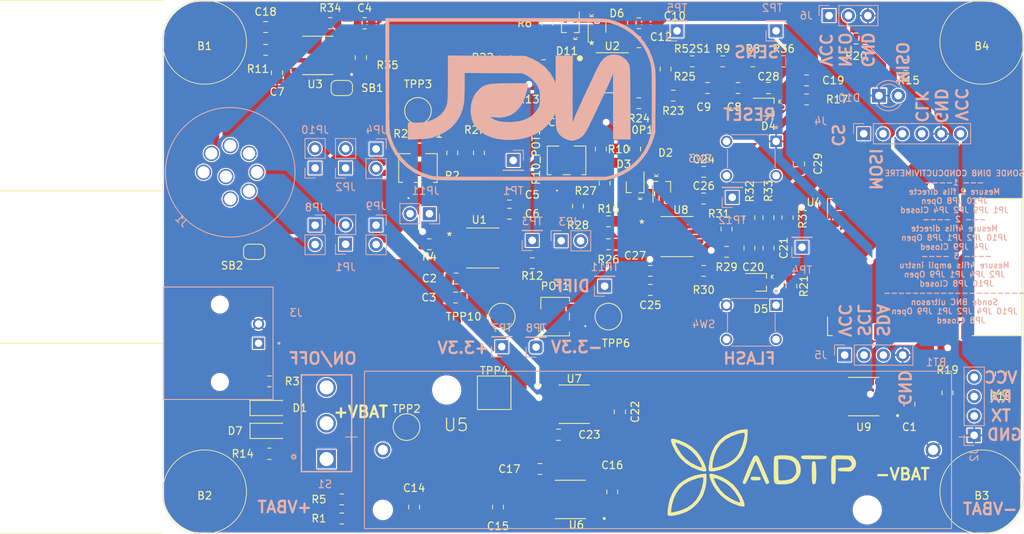
<source format=kicad_pcb>
(kicad_pcb (version 20171130) (host pcbnew "(5.1.10)-1")
  (title_block (title "NGL Proto") (date 2022-05-14) (rev V1) (company ADTP) (comment 1 "Usinage by LPKF") (comment 2 "Auteur Benoît") (comment 3 "Simple face pour facilité l'Usinage.") (comment 4 "Résistance 0 Ohm utilisé en pont"))
  (layers (0 F.Cu signal) (31 B.Cu signal) (34 B.Paste user hide) (35 F.Paste user hide) (36 B.SilkS user hide) (37 F.SilkS user hide) (38 B.Mask user hide) (39 F.Mask user hide) (44 Edge.Cuts user))
  (net 0 "")
  (net 1 +3V3)
  (net 2 "Net-(C9-Pad1)")
  (net 3 "Net-(R2-Pad2)")
  (net 4 "Net-(R4-Pad2)")
  (net 5 "Net-(R10-Pad2)")
  (net 6 "Net-(U4-Pad7)")
  (net 7 "Net-(U4-Pad8)")
  (net 8 "Net-(U4-Pad12)")
  (net 9 "Net-(U4-Pad17)")
  (net 10 "Net-(U4-Pad26)")
  (net 11 "Net-(U4-Pad27)")
  (net 12 "Net-(U4-Pad28)")
  (net 13 "Net-(U4-Pad29)")
  (net 14 "Net-(U4-Pad30)")
  (net 15 "Net-(U4-Pad32)")
  (net 16 "Net-(U4-Pad37)")
  (net 17 +BATT)
  (net 18 -BATT)
  (net 19 "Net-(D1-Pad2)")
  (net 20 OUT_SENS)
  (net 21 "Net-(C16-Pad2)")
  (net 22 "Net-(C16-Pad1)")
  (net 23 "Net-(R15-Pad1)")
  (net 24 "Net-(C8-Pad1)")
  (net 25 OUT_NTC)
  (net 26 "Net-(D6-Pad1)")
  (net 27 "Net-(D11-Pad1)")
  (net 28 "Net-(D10-Pad2)")
  (net 29 "Net-(D11-Pad2)")
  (net 30 "Net-(J1-Pad7)")
  (net 31 "Net-(J2-Pad2)")
  (net 32 "Net-(J2-Pad3)")
  (net 33 IN_COAX)
  (net 34 NEO)
  (net 35 "Net-(JP3-Pad1)")
  (net 36 "Net-(JP3-Pad2)")
  (net 37 "Net-(JP8-Pad1)")
  (net 38 "Net-(JP11-Pad2)")
  (net 39 "Net-(JP11-Pad1)")
  (net 40 "Net-(R25-Pad2)")
  (net 41 "Net-(R13-Pad1)")
  (net 42 "Net-(R20-Pad2)")
  (net 43 "Net-(R21-Pad2)")
  (net 44 "Net-(R22-Pad2)")
  (net 45 "Net-(R24-Pad1)")
  (net 46 "Net-(SW4-Pad1)")
  (net 47 "Net-(C20-Pad1)")
  (net 48 "Net-(C21-Pad1)")
  (net 49 "Net-(D2-Pad2)")
  (net 50 "Net-(D2-Pad1)")
  (net 51 "Net-(D3-Pad2)")
  (net 52 CURRENT_3)
  (net 53 DIFF+)
  (net 54 DIFF-)
  (net 55 CURRENT_4)
  (net 56 OUT_DIFF)
  (net 57 "Net-(POT1-Pad1)")
  (net 58 "Net-(POT1-Pad3)")
  (net 59 "Net-(R26-Pad1)")
  (net 60 "Net-(R28-Pad2)")
  (net 61 "Net-(R30-Pad1)")
  (net 62 "Net-(R31-Pad2)")
  (net 63 -3V3)
  (net 64 SDA)
  (net 65 SCL)
  (net 66 OUT_BAT)
  (net 67 CLOCK_GEN)
  (net 68 "Net-(U4-Pad6)")
  (net 69 "Net-(U4-Pad18)")
  (net 70 "Net-(U4-Pad19)")
  (net 71 "Net-(U4-Pad20)")
  (net 72 "Net-(U4-Pad21)")
  (net 73 "Net-(U4-Pad22)")
  (net 74 "Net-(SB1-Pad2)")
  (net 75 "Net-(U3-Pad5)")
  (net 76 "Net-(U3-Pad6)")
  (net 77 "Net-(R34-Pad1)")
  (net 78 "Net-(U3-Pad8)")
  (net 79 "Net-(S1-Pad3)")
  (net 80 "Net-(BT1-PadP)")
  (net 81 UART_RX)
  (net 82 UART_TX)
  (net 83 MISO)
  (net 84 MOSI)
  (net 85 CLK)
  (net 86 CS)
  (net 87 "Net-(U4-Pad9)")
  (net 88 /ESP32/EN)
  (net 89 /R2)
  (net 90 "/Ampli Diff/620")
  (net 91 "Net-(R52S1-Pad2)")
  (module Lib_NGL_EURO:NGL_neg (layer B.Cu) (at 147 63 180)
    (fp_text reference G2 hide)
    (fp_text value LOGO hide)
  )
  (module Lib_NGL_Proto:TE_5227161-2 (layer B.Cu) (at 107.5 95 270)
    (fp_text reference J3 (at -4 -10 180) (layer B.SilkS) (effects (justify mirror)))
    (fp_text value 227161-2)
    (pad None np_thru_hole circle (at -5.08 0 270) (size 2.09 2.09) (drill 2.09) (layers *.Cu *.Mask))
    (pad None np_thru_hole circle (at 5.08 0 270) (size 2.09 2.09) (drill 2.09) (layers *.Cu *.Mask))
    (pad G thru_hole circle (at -2.54 -5.08 270) (size 1.478 1.478) (drill 0.97) (layers *.Cu *.Mask) (net 18 -BATT))
    (pad S thru_hole rect (at 0 -5.08 270) (size 1.478 1.478) (drill 0.97) (layers *.Cu *.Mask) (net 33 IN_COAX))
  )
  (module Lib_NGL_EURO:logo_ADTP_Fskils (layer F.Cu) (at 178.5 112)
    (fp_text reference G1 hide)
    (fp_text value LOGO hide)
  )
  (module Lib_NGL_Proto:3-1825910-5 (layer B.Cu) (at 174 73 180)
    (fp_text reference SW3 (at 3.5 2.250001) (layer B.SilkS) (effects (justify mirror)))
    (fp_text value SW_Push hide)
    (fp_text user * (at -6.5 6.011301) (layer B.SilkS) (effects (justify mirror)))
    (pad 2 thru_hole circle (at 0.000001 4.500001 180) (size 1.4986 1.4986) (drill 0.9906) (layers *.Cu *.Mask) (net 88 /ESP32/EN))
    (pad 4 thru_hole circle (at 0.000001 0 180) (size 1.4986 1.4986) (drill 0.9906) (layers *.Cu *.Mask))
    (pad 3 thru_hole circle (at -6.500001 0 180) (size 1.4986 1.4986) (drill 0.9906) (layers *.Cu *.Mask))
    (pad 1 thru_hole rect (at -6.500001 4.500001 180) (size 1.4986 1.4986) (drill 0.9906) (layers *.Cu *.Mask) (net 18 -BATT))
  )
  (module Lib_NGL_Proto:3-1825910-5 (layer B.Cu) (at 174 94.5 180)
    (fp_text reference SW4 (at 3 2) (layer B.SilkS) (effects (justify mirror)))
    (fp_text value SW_Push hide)
    (fp_text user * (at -6.5 6.011301) (layer B.SilkS) (effects (justify mirror)))
    (pad 2 thru_hole circle (at 0.000001 4.500001 180) (size 1.4986 1.4986) (drill 0.9906) (layers *.Cu *.Mask) (net 18 -BATT))
    (pad 4 thru_hole circle (at 0.000001 0 180) (size 1.4986 1.4986) (drill 0.9906) (layers *.Cu *.Mask))
    (pad 3 thru_hole circle (at -6.500001 0 180) (size 1.4986 1.4986) (drill 0.9906) (layers *.Cu *.Mask))
    (pad 1 thru_hole rect (at -6.500001 4.500001 180) (size 1.4986 1.4986) (drill 0.9906) (layers *.Cu *.Mask) (net 46 "Net-(SW4-Pad1)"))
  )
  (module Lib_NGL_Proto:BAT_1043 (layer B.Cu) (at 165 109 180)
    (fp_text reference BT1 (at -36.5 11.5) (layer B.SilkS) (effects (justify mirror)))
    (fp_text value 1043)
    (pad None np_thru_hole circle (at 36.11 -7.87 180) (size 2.39 2.39) (drill 2.39) (layers *.Cu *.Mask))
    (pad None np_thru_hole circle (at -27.47 -7.87 180) (size 3.55 3.55) (drill 3.55) (layers *.Cu *.Mask))
    (pad None np_thru_hole circle (at 27.73 7.87 180) (size 3.55 3.55) (drill 3.55) (layers *.Cu *.Mask))
    (pad N thru_hole circle (at -36.11 0 180) (size 1.98 1.98) (drill 1.32) (layers *.Cu *.Mask) (net 18 -BATT))
    (pad P thru_hole circle (at 36.11 0 180) (size 1.98 1.98) (drill 1.32) (layers *.Cu *.Mask) (net 80 "Net-(BT1-PadP)"))
  )
  (module Lib_NGL_Proto:SW_1101M2S3CQE2 (layer B.Cu) (at 121.5 105.5)
    (fp_text reference S1 (at -0.22543 8) (layer B.SilkS) (effects (font (size 1.001921 1.001921)) (justify mirror)))
    (fp_text value 1101M2S3CQE2)
    (pad 3 thru_hole circle (at 0 -4.7) (size 2.45 2.45) (drill 1.85) (layers *.Cu *.Mask) (net 79 "Net-(S1-Pad3)"))
    (pad 2 thru_hole circle (at 0 0) (size 2.45 2.45) (drill 1.85) (layers *.Cu *.Mask) (net 80 "Net-(BT1-PadP)"))
    (pad 1 thru_hole rect (at 0 4.7) (size 2.45 2.45) (drill 1.85) (layers *.Cu *.Mask) (net 17 +BATT))
  )
  (module Lib_NGL_Proto:ADA4522-2ARZ (layer F.Cu) (at 159 59.5)
    (fp_text reference U2 (at 0 -3.5) (layer F.SilkS))
    (fp_text value AD8639 hide)
    (fp_text user * (at -2.7178 -3.606) (layer F.SilkS))
    (fp_text user * (at -5.55 -1.6) (layer F.SilkS))
    (fp_text user * (at -2.7178 -3.606) (layer F.SilkS))
    (pad 8 smd rect (at 2.4638 -1.905) (size 1.969999 0.558) (layers F.Cu F.Paste F.Mask) (net 1 +3V3))
    (pad 7 smd rect (at 2.4638 -0.635) (size 1.969999 0.558) (layers F.Cu F.Paste F.Mask) (net 91 "Net-(R52S1-Pad2)"))
    (pad 6 smd rect (at 2.4638 0.635) (size 1.969999 0.558) (layers F.Cu F.Paste F.Mask) (net 44 "Net-(R22-Pad2)"))
    (pad 5 smd rect (at 2.4638 1.905) (size 1.969999 0.558) (layers F.Cu F.Paste F.Mask) (net 45 "Net-(R24-Pad1)"))
    (pad 4 smd rect (at -2.4638 1.905) (size 1.969999 0.558) (layers F.Cu F.Paste F.Mask) (net 63 -3V3))
    (pad 3 smd rect (at -2.4638 0.635) (size 1.969999 0.558) (layers F.Cu F.Paste F.Mask) (net 41 "Net-(R13-Pad1)"))
    (pad 2 smd rect (at -2.4638 -0.635) (size 1.969999 0.558) (layers F.Cu F.Paste F.Mask) (net 26 "Net-(D6-Pad1)"))
    (pad 1 smd rect (at -2.4638 -1.905) (size 1.969999 0.558) (layers F.Cu F.Paste F.Mask) (net 27 "Net-(D11-Pad1)"))
  )
  (module Lib_NGL_Proto:ADA4522-2ARZ (layer F.Cu) (at 142 82.5)
    (fp_text reference U1 (at -0.45 -3.7) (layer F.SilkS))
    (fp_text value AD8639 hide)
    (fp_text user * (at -4.375 -1.525) (layer F.SilkS))
    (pad 8 smd rect (at 2.4638 -1.905) (size 1.969999 0.558) (layers F.Cu F.Paste F.Mask) (net 1 +3V3))
    (pad 7 smd rect (at 2.4638 -0.635) (size 1.969999 0.558) (layers F.Cu F.Paste F.Mask) (net 35 "Net-(JP3-Pad1)"))
    (pad 6 smd rect (at 2.4638 0.635) (size 1.969999 0.558) (layers F.Cu F.Paste F.Mask) (net 52 CURRENT_3))
    (pad 5 smd rect (at 2.4638 1.905) (size 1.969999 0.558) (layers F.Cu F.Paste F.Mask) (net 18 -BATT))
    (pad 4 smd rect (at -2.4638 1.905) (size 1.969999 0.558) (layers F.Cu F.Paste F.Mask) (net 63 -3V3))
    (pad 3 smd rect (at -2.4638 0.635) (size 1.969999 0.558) (layers F.Cu F.Paste F.Mask) (net 18 -BATT))
    (pad 2 smd rect (at -2.4638 -0.635) (size 1.969999 0.558) (layers F.Cu F.Paste F.Mask) (net 39 "Net-(JP11-Pad1)"))
    (pad 1 smd rect (at -2.4638 -1.905) (size 1.969999 0.558) (layers F.Cu F.Paste F.Mask) (net 55 CURRENT_4))
  )
  (module Lib_NGL_Proto:ADA4522-2ARZ (layer F.Cu) (at 167.5 81)
    (fp_text reference U8 (at 0.5 -3.5) (layer F.SilkS))
    (fp_text value AD8639 hide)
    (fp_text user * (at -4.625 -1.65) (layer F.SilkS))
    (pad 8 smd rect (at 2.4638 -1.905) (size 1.969999 0.558) (layers F.Cu F.Paste F.Mask) (net 1 +3V3))
    (pad 7 smd rect (at 2.4638 -0.635) (size 1.969999 0.558) (layers F.Cu F.Paste F.Mask) (net 62 "Net-(R31-Pad2)"))
    (pad 6 smd rect (at 2.4638 0.635) (size 1.969999 0.558) (layers F.Cu F.Paste F.Mask) (net 60 "Net-(R28-Pad2)"))
    (pad 5 smd rect (at 2.4638 1.905) (size 1.969999 0.558) (layers F.Cu F.Paste F.Mask) (net 61 "Net-(R30-Pad1)"))
    (pad 4 smd rect (at -2.4638 1.905) (size 1.969999 0.558) (layers F.Cu F.Paste F.Mask) (net 63 -3V3))
    (pad 3 smd rect (at -2.4638 0.635) (size 1.969999 0.558) (layers F.Cu F.Paste F.Mask) (net 59 "Net-(R26-Pad1)"))
    (pad 2 smd rect (at -2.4638 -0.635) (size 1.969999 0.558) (layers F.Cu F.Paste F.Mask) (net 50 "Net-(D2-Pad1)"))
    (pad 1 smd rect (at -2.4638 -1.905) (size 1.969999 0.558) (layers F.Cu F.Paste F.Mask) (net 49 "Net-(D2-Pad2)"))
  )
  (module Lib_NGL_Proto:MODULE_ESP32-WROOM-32D (layer F.Cu) (at 200 85 270)
    (fp_text reference U4 (at -8.5 14.5 180) (layer F.SilkS))
    (fp_text value ESP32-WROOM-32D-N16)
    (pad 39_9 smd rect (at 0.835 4.075 270) (size 1.33 1.33) (layers F.Cu F.Paste F.Mask) (net 18 -BATT))
    (pad 39_8 smd rect (at -1 4.075 270) (size 1.33 1.33) (layers F.Cu F.Paste F.Mask) (net 18 -BATT))
    (pad 39_7 smd rect (at -2.835 4.075 270) (size 1.33 1.33) (layers F.Cu F.Paste F.Mask) (net 18 -BATT))
    (pad 39_6 smd rect (at 0.835 2.24 270) (size 1.33 1.33) (layers F.Cu F.Paste F.Mask) (net 18 -BATT))
    (pad 39_5 smd rect (at -1 2.24 270) (size 1.33 1.33) (layers F.Cu F.Paste F.Mask) (net 18 -BATT))
    (pad 39_4 smd rect (at -2.835 2.24 270) (size 1.33 1.33) (layers F.Cu F.Paste F.Mask) (net 18 -BATT))
    (pad 39_3 smd rect (at 0.835 0.405 270) (size 1.33 1.33) (layers F.Cu F.Paste F.Mask) (net 18 -BATT))
    (pad 39_2 smd rect (at -1 0.405 270) (size 1.33 1.33) (layers F.Cu F.Paste F.Mask) (net 18 -BATT))
    (pad 39_1 smd rect (at -2.835 0.405 270) (size 1.33 1.33) (layers F.Cu F.Paste F.Mask) (net 18 -BATT))
    (pad 38 smd rect (at 8.5 -5.26 270) (size 2 0.9) (layers F.Cu F.Paste F.Mask) (net 18 -BATT))
    (pad 37 smd rect (at 8.5 -3.99 270) (size 2 0.9) (layers F.Cu F.Paste F.Mask) (net 16 "Net-(U4-Pad37)"))
    (pad 36 smd rect (at 8.5 -2.72 270) (size 2 0.9) (layers F.Cu F.Paste F.Mask) (net 64 SDA))
    (pad 35 smd rect (at 8.5 -1.45 270) (size 2 0.9) (layers F.Cu F.Paste F.Mask) (net 82 UART_TX))
    (pad 34 smd rect (at 8.5 -0.18 270) (size 2 0.9) (layers F.Cu F.Paste F.Mask) (net 81 UART_RX))
    (pad 33 smd rect (at 8.5 1.09 270) (size 2 0.9) (layers F.Cu F.Paste F.Mask) (net 65 SCL))
    (pad 32 smd rect (at 8.5 2.36 270) (size 2 0.9) (layers F.Cu F.Paste F.Mask) (net 15 "Net-(U4-Pad32)"))
    (pad 31 smd rect (at 8.5 3.63 270) (size 2 0.9) (layers F.Cu F.Paste F.Mask) (net 67 CLOCK_GEN))
    (pad 30 smd rect (at 8.5 4.9 270) (size 2 0.9) (layers F.Cu F.Paste F.Mask) (net 14 "Net-(U4-Pad30)"))
    (pad 29 smd rect (at 8.5 6.17 270) (size 2 0.9) (layers F.Cu F.Paste F.Mask) (net 13 "Net-(U4-Pad29)"))
    (pad 28 smd rect (at 8.5 7.44 270) (size 2 0.9) (layers F.Cu F.Paste F.Mask) (net 12 "Net-(U4-Pad28)"))
    (pad 27 smd rect (at 8.5 8.71 270) (size 2 0.9) (layers F.Cu F.Paste F.Mask) (net 11 "Net-(U4-Pad27)"))
    (pad 26 smd rect (at 8.5 9.98 270) (size 2 0.9) (layers F.Cu F.Paste F.Mask) (net 10 "Net-(U4-Pad26)"))
    (pad 25 smd rect (at 8.5 11.25 270) (size 2 0.9) (layers F.Cu F.Paste F.Mask) (net 46 "Net-(SW4-Pad1)"))
    (pad 24 smd rect (at 5.715 12.25 270) (size 0.9 2) (layers F.Cu F.Paste F.Mask) (net 43 "Net-(R21-Pad2)"))
    (pad 23 smd rect (at 4.445 12.25 270) (size 0.9 2) (layers F.Cu F.Paste F.Mask) (net 86 CS))
    (pad 22 smd rect (at 3.175 12.25 270) (size 0.9 2) (layers F.Cu F.Paste F.Mask) (net 73 "Net-(U4-Pad22)"))
    (pad 21 smd rect (at 1.905 12.25 270) (size 0.9 2) (layers F.Cu F.Paste F.Mask) (net 72 "Net-(U4-Pad21)"))
    (pad 20 smd rect (at 0.635 12.25 270) (size 0.9 2) (layers F.Cu F.Paste F.Mask) (net 71 "Net-(U4-Pad20)"))
    (pad 19 smd rect (at -0.635 12.25 270) (size 0.9 2) (layers F.Cu F.Paste F.Mask) (net 70 "Net-(U4-Pad19)"))
    (pad 18 smd rect (at -1.905 12.25 270) (size 0.9 2) (layers F.Cu F.Paste F.Mask) (net 69 "Net-(U4-Pad18)"))
    (pad 17 smd rect (at -3.175 12.25 270) (size 0.9 2) (layers F.Cu F.Paste F.Mask) (net 9 "Net-(U4-Pad17)"))
    (pad 16 smd rect (at -4.445 12.25 270) (size 0.9 2) (layers F.Cu F.Paste F.Mask) (net 84 MOSI))
    (pad 15 smd rect (at -5.715 12.25 270) (size 0.9 2) (layers F.Cu F.Paste F.Mask) (net 18 -BATT))
    (pad 14 smd rect (at -8.5 11.25 270) (size 2 0.9) (layers F.Cu F.Paste F.Mask) (net 83 MISO))
    (pad 13 smd rect (at -8.5 9.98 270) (size 2 0.9) (layers F.Cu F.Paste F.Mask) (net 85 CLK))
    (pad 12 smd rect (at -8.5 8.71 270) (size 2 0.9) (layers F.Cu F.Paste F.Mask) (net 8 "Net-(U4-Pad12)"))
    (pad 11 smd rect (at -8.5 7.44 270) (size 2 0.9) (layers F.Cu F.Paste F.Mask) (net 42 "Net-(R20-Pad2)"))
    (pad 10 smd rect (at -8.5 6.17 270) (size 2 0.9) (layers F.Cu F.Paste F.Mask) (net 23 "Net-(R15-Pad1)"))
    (pad 9 smd rect (at -8.5 4.9 270) (size 2 0.9) (layers F.Cu F.Paste F.Mask) (net 87 "Net-(U4-Pad9)"))
    (pad 8 smd rect (at -8.5 3.63 270) (size 2 0.9) (layers F.Cu F.Paste F.Mask) (net 7 "Net-(U4-Pad8)"))
    (pad 7 smd rect (at -8.5 2.36 270) (size 2 0.9) (layers F.Cu F.Paste F.Mask) (net 6 "Net-(U4-Pad7)"))
    (pad 6 smd rect (at -8.5 1.09 270) (size 2 0.9) (layers F.Cu F.Paste F.Mask) (net 68 "Net-(U4-Pad6)"))
    (pad 5 smd rect (at -8.5 -0.18 270) (size 2 0.9) (layers F.Cu F.Paste F.Mask) (net 66 OUT_BAT))
    (pad 4 smd rect (at -8.5 -1.45 270) (size 2 0.9) (layers F.Cu F.Paste F.Mask) (net 25 OUT_NTC))
    (pad 3 smd rect (at -8.5 -2.72 270) (size 2 0.9) (layers F.Cu F.Paste F.Mask) (net 88 /ESP32/EN))
    (pad 2 smd rect (at -8.5 -3.99 270) (size 2 0.9) (layers F.Cu F.Paste F.Mask) (net 1 +3V3))
    (pad 1 smd rect (at -8.5 -5.26 270) (size 2 0.9) (layers F.Cu F.Paste F.Mask) (net 18 -BATT))
  )
  (module Connector_PinHeader_2.54mm:PinHeader_1x04_P2.54mm_Vertical (layer B.Cu) (at 189.5 96.55 270)
    (fp_text reference J5 (at 0 3.13 180) (layer B.SilkS) (effects (justify mirror)))
    (fp_text value Conn_01x04_Male)
    (pad 4 thru_hole oval (at 0 -7.62 270) (size 1.7 1.7) (drill 1) (layers *.Cu *.Mask) (net 18 -BATT))
    (pad 3 thru_hole oval (at 0 -5.08 270) (size 1.7 1.7) (drill 1) (layers *.Cu *.Mask) (net 64 SDA))
    (pad 2 thru_hole oval (at 0 -2.54 270) (size 1.7 1.7) (drill 1) (layers *.Cu *.Mask) (net 65 SCL))
    (pad 1 thru_hole rect (at 0 0 270) (size 1.7 1.7) (drill 1) (layers *.Cu *.Mask) (net 1 +3V3))
  )
  (module Connector_PinHeader_2.54mm:PinHeader_1x04_P2.54mm_Vertical (layer B.Cu) (at 206.5 107.08)
    (fp_text reference J2 (at 0 2.62 -270) (layer B.SilkS) (effects (justify mirror)))
    (fp_text value Conn_01x04_Male)
    (pad 1 thru_hole rect (at 0 0) (size 1.7 1.7) (drill 1) (layers *.Cu *.Mask) (net 18 -BATT))
    (pad 2 thru_hole oval (at 0 -2.54) (size 1.7 1.7) (drill 1) (layers *.Cu *.Mask) (net 31 "Net-(J2-Pad2)"))
    (pad 3 thru_hole oval (at 0 -5.08) (size 1.7 1.7) (drill 1) (layers *.Cu *.Mask) (net 32 "Net-(J2-Pad3)"))
    (pad 4 thru_hole oval (at 0 -7.62) (size 1.7 1.7) (drill 1) (layers *.Cu *.Mask) (net 1 +3V3))
  )
  (module Lib_NGL_Proto:SOT-323_SC-70_Handsoldering (layer F.Cu) (at 162 74.5 270)
    (fp_text reference D3 (at -3 1.5 180) (layer F.SilkS))
    (fp_text value D_Schottky)
    (fp_text user K (at 1.51 -0.69 90) (layer F.SilkS) (effects (font (size 0.5 0.5) (thickness 0.1))))
    (pad 2 smd rect (at -1.33 -0.65 180) (size 0.45 1.5) (layers F.Cu F.Paste F.Mask) (net 51 "Net-(D3-Pad2)"))
    (pad 3 smd rect (at -1.33 0.65 180) (size 0.45 1.5) (layers F.Cu F.Paste F.Mask))
    (pad 1 smd rect (at 1.33 0 180) (size 0.45 1.5) (layers F.Cu F.Paste F.Mask) (net 49 "Net-(D2-Pad2)"))
  )
  (module Lib_NGL_Proto:SOT-323_SC-70_Handsoldering (layer F.Cu) (at 179.5 64)
    (fp_text reference D4 (at 0 2.5) (layer F.SilkS))
    (fp_text value D_Schottky)
    (fp_text user K (at 1.51 -0.69) (layer F.SilkS) (effects (font (size 0.5 0.5) (thickness 0.1))))
    (pad 2 smd rect (at -1.33 -0.65 270) (size 0.45 1.5) (layers F.Cu F.Paste F.Mask) (net 18 -BATT))
    (pad 3 smd rect (at -1.33 0.65 270) (size 0.45 1.5) (layers F.Cu F.Paste F.Mask))
    (pad 1 smd rect (at 1.33 0 270) (size 0.45 1.5) (layers F.Cu F.Paste F.Mask) (net 20 OUT_SENS))
  )
  (module Lib_NGL_Proto:SOT-323_SC-70_Handsoldering (layer F.Cu) (at 157 53.5 90)
    (fp_text reference D6 (at 1.8 2.6 180) (layer F.SilkS))
    (fp_text value D_Schottky)
    (fp_text user K (at 1.51 -0.69 90) (layer F.SilkS) (effects (font (size 0.5 0.5) (thickness 0.1))))
    (pad 2 smd rect (at -1.33 -0.65) (size 0.45 1.5) (layers F.Cu F.Paste F.Mask) (net 27 "Net-(D11-Pad1)"))
    (pad 3 smd rect (at -1.33 0.65) (size 0.45 1.5) (layers F.Cu F.Paste F.Mask))
    (pad 1 smd rect (at 1.33 0) (size 0.45 1.5) (layers F.Cu F.Paste F.Mask) (net 26 "Net-(D6-Pad1)"))
  )
  (module Lib_NGL_Proto:SOT-323_SC-70_Handsoldering (layer F.Cu) (at 153.5 53.5 270)
    (fp_text reference D11 (at 3.15 0.45 180) (layer F.SilkS))
    (fp_text value D_Schottky)
    (fp_text user K (at 1.51 -0.69 90) (layer F.SilkS) (effects (font (size 0.5 0.5) (thickness 0.1))))
    (pad 2 smd rect (at -1.33 -0.65 180) (size 0.45 1.5) (layers F.Cu F.Paste F.Mask) (net 29 "Net-(D11-Pad2)"))
    (pad 3 smd rect (at -1.33 0.65 180) (size 0.45 1.5) (layers F.Cu F.Paste F.Mask))
    (pad 1 smd rect (at 1.33 0 180) (size 0.45 1.5) (layers F.Cu F.Paste F.Mask) (net 27 "Net-(D11-Pad1)"))
  )
  (module Lib_NGL_Proto:SOT-323_SC-70_Handsoldering (layer F.Cu) (at 165.5 74.5 90)
    (fp_text reference D2 (at 4.5 0.5 180) (layer F.SilkS))
    (fp_text value D_Schottky)
    (fp_text user K (at 1.51 -0.69 90) (layer F.SilkS) (effects (font (size 0.5 0.5) (thickness 0.1))))
    (pad 2 smd rect (at -1.33 -0.65) (size 0.45 1.5) (layers F.Cu F.Paste F.Mask) (net 49 "Net-(D2-Pad2)"))
    (pad 3 smd rect (at -1.33 0.65) (size 0.45 1.5) (layers F.Cu F.Paste F.Mask))
    (pad 1 smd rect (at 1.33 0) (size 0.45 1.5) (layers F.Cu F.Paste F.Mask) (net 50 "Net-(D2-Pad1)"))
  )
  (module Lib_NGL_Proto:SOT-323_SC-70_Handsoldering (layer F.Cu) (at 178.5 87)
    (fp_text reference D5 (at 0 3.5) (layer F.SilkS))
    (fp_text value D_Schottky)
    (fp_text user K (at 1.51 -0.69) (layer F.SilkS) (effects (font (size 0.5 0.5) (thickness 0.1))))
    (pad 2 smd rect (at -1.33 -0.65 270) (size 0.45 1.5) (layers F.Cu F.Paste F.Mask) (net 18 -BATT))
    (pad 3 smd rect (at -1.33 0.65 270) (size 0.45 1.5) (layers F.Cu F.Paste F.Mask))
    (pad 1 smd rect (at 1.33 0 270) (size 0.45 1.5) (layers F.Cu F.Paste F.Mask) (net 56 OUT_DIFF))
  )
  (module LED_THT:LED_D3.0mm (layer B.Cu) (at 194 62.5)
    (fp_text reference D10 (at -3.9 0.3) (layer B.SilkS) (effects (justify mirror)))
    (fp_text value LED_B)
    (pad 1 thru_hole rect (at 0 0) (size 1.8 1.8) (drill 1) (layers *.Cu *.Mask) (net 18 -BATT))
    (pad 2 thru_hole circle (at 2.54 0) (size 1.8 1.8) (drill 1) (layers *.Cu *.Mask) (net 28 "Net-(D10-Pad2)"))
  )
  (module Capacitor_SMD:C_0805_2012Metric (layer F.Cu) (at 184.5 60.5)
    (fp_text reference C19 (at 3.5 0) (layer F.SilkS))
    (fp_text value 100nF)
    (pad 2 smd roundrect (at 0.9375 0) (size 0.975 1.4) (layers F.Cu F.Paste F.Mask) (net 18 -BATT))
    (pad 1 smd roundrect (at -0.9375 0) (size 0.975 1.4) (layers F.Cu F.Paste F.Mask) (net 88 /ESP32/EN))
  )
  (module Resistor_SMD:R_0805_2012Metric (layer F.Cu) (at 184.5 63 180)
    (fp_text reference R17 (at -4 0) (layer F.SilkS))
    (fp_text value 4.7K)
    (pad 2 smd roundrect (at 0.9375 0 180) (size 0.975 1.4) (layers F.Cu F.Paste F.Mask) (net 88 /ESP32/EN))
    (pad 1 smd roundrect (at -0.9375 0 180) (size 0.975 1.4) (layers F.Cu F.Paste F.Mask) (net 1 +3V3))
  )
  (module Resistor_SMD:R_0805_2012Metric (layer F.Cu) (at 210 99 270)
    (fp_text reference R18 (at 2.95 0.05 180) (layer F.SilkS))
    (fp_text value 4.7K)
    (pad 2 smd roundrect (at 0.9375 0 270) (size 0.975 1.4) (layers F.Cu F.Paste F.Mask) (net 32 "Net-(J2-Pad3)"))
    (pad 1 smd roundrect (at -0.9375 0 270) (size 0.975 1.4) (layers F.Cu F.Paste F.Mask) (net 81 UART_RX))
  )
  (module Resistor_SMD:R_0805_2012Metric (layer F.Cu) (at 182.5 87.5 270)
    (fp_text reference R21 (at 0 -1.65 90) (layer F.SilkS))
    (fp_text value 4.7K)
    (pad 1 smd roundrect (at -0.9375 0 270) (size 0.975 1.4) (layers F.Cu F.Paste F.Mask) (net 18 -BATT))
    (pad 2 smd roundrect (at 0.9375 0 270) (size 0.975 1.4) (layers F.Cu F.Paste F.Mask) (net 43 "Net-(R21-Pad2)"))
  )
  (module Resistor_SMD:R_0805_2012Metric (layer F.Cu) (at 203 101.5 270)
    (fp_text reference R19 (at -3 0 180) (layer F.SilkS))
    (fp_text value 4.7K)
    (pad 1 smd roundrect (at -0.9375 0 270) (size 0.975 1.4) (layers F.Cu F.Paste F.Mask) (net 82 UART_TX))
    (pad 2 smd roundrect (at 0.9375 0 270) (size 0.975 1.4) (layers F.Cu F.Paste F.Mask) (net 31 "Net-(J2-Pad2)"))
  )
  (module Resistor_SMD:R_0805_2012Metric (layer F.Cu) (at 197.5 58.5 180)
    (fp_text reference R15 (at -0.4 -2) (layer F.SilkS))
    (fp_text value 43R)
    (pad 2 smd roundrect (at 0.9375 0 180) (size 0.975 1.4) (layers F.Cu F.Paste F.Mask) (net 28 "Net-(D10-Pad2)"))
    (pad 1 smd roundrect (at -0.9375 0 180) (size 0.975 1.4) (layers F.Cu F.Paste F.Mask) (net 23 "Net-(R15-Pad1)"))
  )
  (module Resistor_SMD:R_0805_2012Metric (layer F.Cu) (at 114 109.5 180)
    (fp_text reference R14 (at 3.5 0) (layer F.SilkS))
    (fp_text value 1K)
    (pad 2 smd roundrect (at 0.9125 0 180) (size 1.025 1.4) (layers F.Cu F.Paste F.Mask) (roundrect_rratio 0.2439004878048781) (net 19 "Net-(D1-Pad2)"))
    (pad 1 smd roundrect (at -0.9125 0 180) (size 1.025 1.4) (layers F.Cu F.Paste F.Mask) (roundrect_rratio 0.2439004878048781) (net 52 CURRENT_3))
  )
  (module Capacitor_SMD:C_0805_2012Metric (layer F.Cu) (at 138.5 86.5)
    (fp_text reference C2 (at -3.5 0) (layer F.SilkS))
    (fp_text value 100nF)
    (pad 1 smd roundrect (at -0.9375 0) (size 0.975 1.4) (layers F.Cu F.Paste F.Mask) (net 18 -BATT))
    (pad 2 smd roundrect (at 0.9375 0) (size 0.975 1.4) (layers F.Cu F.Paste F.Mask) (net 63 -3V3))
  )
  (module Capacitor_SMD:C_0805_2012Metric (layer F.Cu) (at 138.438 89)
    (fp_text reference C3 (at -3.5 0) (layer F.SilkS))
    (fp_text value 4.7uF)
    (pad 1 smd roundrect (at -0.9375 0) (size 0.975 1.4) (layers F.Cu F.Paste F.Mask) (net 18 -BATT))
    (pad 2 smd roundrect (at 0.9375 0) (size 0.975 1.4) (layers F.Cu F.Paste F.Mask) (net 63 -3V3))
  )
  (module Capacitor_SMD:C_0805_2012Metric (layer F.Cu) (at 145.5 75.5)
    (fp_text reference C5 (at 3 0) (layer F.SilkS))
    (fp_text value 4.7uF)
    (pad 2 smd roundrect (at 0.9375 0) (size 0.975 1.4) (layers F.Cu F.Paste F.Mask) (net 18 -BATT))
    (pad 1 smd roundrect (at -0.9375 0) (size 0.975 1.4) (layers F.Cu F.Paste F.Mask) (net 1 +3V3))
  )
  (module Capacitor_SMD:C_0805_2012Metric (layer F.Cu) (at 145.5 78)
    (fp_text reference C6 (at 3 0) (layer F.SilkS))
    (fp_text value 100nF)
    (pad 2 smd roundrect (at 0.9375 0) (size 0.975 1.4) (layers F.Cu F.Paste F.Mask) (net 18 -BATT))
    (pad 1 smd roundrect (at -0.9375 0) (size 0.975 1.4) (layers F.Cu F.Paste F.Mask) (net 1 +3V3))
  )
  (module Capacitor_SMD:C_0805_2012Metric (layer F.Cu) (at 175.5 61.5 180)
    (fp_text reference C8 (at 0.5 -2.5) (layer F.SilkS))
    (fp_text value 47uF)
    (pad 1 smd roundrect (at -0.9375 0 180) (size 0.975 1.4) (layers F.Cu F.Paste F.Mask) (net 24 "Net-(C8-Pad1)"))
    (pad 2 smd roundrect (at 0.9375 0 180) (size 0.975 1.4) (layers F.Cu F.Paste F.Mask) (net 18 -BATT))
  )
  (module Capacitor_SMD:C_0805_2012Metric (layer F.Cu) (at 171.5 61.5)
    (fp_text reference C9 (at -0.5 2.5) (layer F.SilkS))
    (fp_text value 47uF)
    (pad 2 smd roundrect (at 0.9375 0) (size 0.975 1.4) (layers F.Cu F.Paste F.Mask) (net 18 -BATT))
    (pad 1 smd roundrect (at -0.9375 0) (size 0.975 1.4) (layers F.Cu F.Paste F.Mask) (net 2 "Net-(C9-Pad1)"))
  )
  (module Capacitor_SMD:C_0805_2012Metric (layer F.Cu) (at 162.5 53)
    (fp_text reference C10 (at 4.7 -0.95) (layer F.SilkS))
    (fp_text value 4.7uF)
    (pad 1 smd roundrect (at -0.9375 0) (size 0.975 1.4) (layers F.Cu F.Paste F.Mask) (net 1 +3V3))
    (pad 2 smd roundrect (at 0.9375 0) (size 0.975 1.4) (layers F.Cu F.Paste F.Mask) (net 18 -BATT))
  )
  (module Capacitor_SMD:C_0805_2012Metric (layer F.Cu) (at 155.5 66)
    (fp_text reference C11 (at -3.5 0) (layer F.SilkS))
    (fp_text value 4.7uF)
    (pad 1 smd roundrect (at -0.9375 0) (size 0.975 1.4) (layers F.Cu F.Paste F.Mask) (net 18 -BATT))
    (pad 2 smd roundrect (at 0.9375 0) (size 0.975 1.4) (layers F.Cu F.Paste F.Mask) (net 63 -3V3))
  )
  (module Capacitor_SMD:C_0805_2012Metric (layer F.Cu) (at 162.5 55.5)
    (fp_text reference C12 (at 2.9 -0.7) (layer F.SilkS))
    (fp_text value 100nF)
    (pad 1 smd roundrect (at -0.9375 0) (size 0.975 1.4) (layers F.Cu F.Paste F.Mask) (net 1 +3V3))
    (pad 2 smd roundrect (at 0.9375 0) (size 0.975 1.4) (layers F.Cu F.Paste F.Mask) (net 18 -BATT))
  )
  (module Capacitor_SMD:C_0805_2012Metric (layer F.Cu) (at 155.5 63.5)
    (fp_text reference C13 (at -3.5 0.5) (layer F.SilkS))
    (fp_text value 100nF)
    (pad 2 smd roundrect (at 0.9375 0) (size 0.975 1.4) (layers F.Cu F.Paste F.Mask) (net 63 -3V3))
    (pad 1 smd roundrect (at -0.9375 0) (size 0.975 1.4) (layers F.Cu F.Paste F.Mask) (net 18 -BATT))
  )
  (module Capacitor_SMD:C_0805_2012Metric (layer F.Cu) (at 133 116.5 270)
    (fp_text reference C14 (at -2.5 0 180) (layer F.SilkS))
    (fp_text value 100nF)
    (pad 2 smd roundrect (at 0.9375 0 270) (size 0.975 1.4) (layers F.Cu F.Paste F.Mask) (net 18 -BATT))
    (pad 1 smd roundrect (at -0.9375 0 270) (size 0.975 1.4) (layers F.Cu F.Paste F.Mask) (net 17 +BATT))
  )
  (module Capacitor_SMD:C_0805_2012Metric (layer F.Cu) (at 144 116.5 90)
    (fp_text reference C15 (at -2.5 0 180) (layer F.SilkS))
    (fp_text value 10uF)
    (pad 1 smd roundrect (at -0.9375 0 90) (size 0.975 1.4) (layers F.Cu F.Paste F.Mask) (net 1 +3V3))
    (pad 2 smd roundrect (at 0.9375 0 90) (size 0.975 1.4) (layers F.Cu F.Paste F.Mask) (net 18 -BATT))
  )
  (module Capacitor_SMD:C_0805_2012Metric (layer F.Cu) (at 159 114.5 90)
    (fp_text reference C16 (at 3.5 0 180) (layer F.SilkS))
    (fp_text value 10uF)
    (pad 2 smd roundrect (at 0.9375 0 90) (size 0.975 1.4) (layers F.Cu F.Paste F.Mask) (net 21 "Net-(C16-Pad2)"))
    (pad 1 smd roundrect (at -0.9375 0 90) (size 0.975 1.4) (layers F.Cu F.Paste F.Mask) (net 22 "Net-(C16-Pad1)"))
  )
  (module Capacitor_SMD:C_0805_2012Metric (layer F.Cu) (at 149.5 111.5 180)
    (fp_text reference C17 (at 4 0) (layer F.SilkS))
    (fp_text value 10uF)
    (pad 1 smd roundrect (at -0.9375 0 180) (size 0.975 1.4) (layers F.Cu F.Paste F.Mask) (net 63 -3V3))
    (pad 2 smd roundrect (at 0.9375 0 180) (size 0.975 1.4) (layers F.Cu F.Paste F.Mask) (net 18 -BATT))
  )
  (module Diode_SMD:D_MiniMELF (layer F.Cu) (at 114 103.5)
    (fp_text reference D1 (at 4 0) (layer F.SilkS))
    (fp_text value LL4148)
    (pad 1 smd rect (at -1.75 0) (size 1.3 1.7) (layers F.Cu F.Paste F.Mask) (net 1 +3V3))
    (pad 2 smd rect (at 1.75 0) (size 1.3 1.7) (layers F.Cu F.Paste F.Mask) (net 19 "Net-(D1-Pad2)"))
  )
  (module Diode_SMD:D_MiniMELF (layer F.Cu) (at 114 106.5)
    (fp_text reference D7 (at -4.5 0) (layer F.SilkS))
    (fp_text value LL4148)
    (pad 1 smd rect (at -1.75 0) (size 1.3 1.7) (layers F.Cu F.Paste F.Mask) (net 19 "Net-(D1-Pad2)"))
    (pad 2 smd rect (at 1.75 0) (size 1.3 1.7) (layers F.Cu F.Paste F.Mask) (net 63 -3V3))
  )
  (module Connector_PinHeader_2.54mm:PinHeader_1x06_P2.54mm_Vertical (layer B.Cu) (at 192 67.5 270)
    (fp_text reference J4 (at -1.65 5.65) (layer B.SilkS) (effects (justify mirror)))
    (fp_text value Conn_01x06_Male)
    (pad 1 thru_hole rect (at 0 0 270) (size 1.7 1.7) (drill 1) (layers *.Cu *.Mask) (net 86 CS))
    (pad 2 thru_hole oval (at 0 -2.54 270) (size 1.7 1.7) (drill 1) (layers *.Cu *.Mask) (net 84 MOSI))
    (pad 3 thru_hole oval (at 0 -5.08 270) (size 1.7 1.7) (drill 1) (layers *.Cu *.Mask) (net 83 MISO))
    (pad 4 thru_hole oval (at 0 -7.62 270) (size 1.7 1.7) (drill 1) (layers *.Cu *.Mask) (net 85 CLK))
    (pad 5 thru_hole oval (at 0 -10.16 270) (size 1.7 1.7) (drill 1) (layers *.Cu *.Mask) (net 18 -BATT))
    (pad 6 thru_hole oval (at 0 -12.7 270) (size 1.7 1.7) (drill 1) (layers *.Cu *.Mask) (net 1 +3V3))
  )
  (module Connector_PinHeader_2.54mm:PinHeader_1x03_P2.54mm_Vertical (layer B.Cu) (at 187.46 52 270)
    (fp_text reference J6 (at 0 3 180) (layer B.SilkS) (effects (justify mirror)))
    (fp_text value Conn_01x03_Male)
    (pad 1 thru_hole rect (at 0 0 270) (size 1.7 1.7) (drill 1) (layers *.Cu *.Mask) (net 1 +3V3))
    (pad 2 thru_hole oval (at 0 -2.54 270) (size 1.7 1.7) (drill 1) (layers *.Cu *.Mask) (net 34 NEO))
    (pad 3 thru_hole oval (at 0 -5.08 270) (size 1.7 1.7) (drill 1) (layers *.Cu *.Mask) (net 18 -BATT))
  )
  (module Connector_PinHeader_2.54mm:PinHeader_1x02_P2.54mm_Vertical (layer B.Cu) (at 124 82)
    (fp_text reference JP1 (at 0 3) (layer B.SilkS) (effects (justify mirror)))
    (fp_text value Jumper_NC_Small)
    (pad 2 thru_hole oval (at 0 -2.54) (size 1.7 1.7) (drill 1) (layers *.Cu *.Mask) (net 53 DIFF+))
    (pad 1 thru_hole rect (at 0 0) (size 1.7 1.7) (drill 1) (layers *.Cu *.Mask) (net 52 CURRENT_3))
  )
  (module Connector_PinHeader_2.54mm:PinHeader_1x02_P2.54mm_Vertical (layer B.Cu) (at 124 72)
    (fp_text reference JP2 (at 0 2.5) (layer B.SilkS) (effects (justify mirror)))
    (fp_text value Jumper_NC_Small)
    (pad 1 thru_hole rect (at 0 0) (size 1.7 1.7) (drill 1) (layers *.Cu *.Mask) (net 55 CURRENT_4))
    (pad 2 thru_hole oval (at 0 -2.54) (size 1.7 1.7) (drill 1) (layers *.Cu *.Mask) (net 54 DIFF-))
  )
  (module Connector_PinHeader_2.54mm:PinHeader_1x02_P2.54mm_Vertical (layer B.Cu) (at 152.3 81.55 270)
    (fp_text reference JP3 (at -2.5 -1 180) (layer B.SilkS) (effects (justify mirror)))
    (fp_text value Jumper_NC_Small)
    (pad 1 thru_hole rect (at 0 0 270) (size 1.7 1.7) (drill 1) (layers *.Cu *.Mask) (net 35 "Net-(JP3-Pad1)"))
    (pad 2 thru_hole oval (at 0 -2.54 270) (size 1.7 1.7) (drill 1) (layers *.Cu *.Mask) (net 36 "Net-(JP3-Pad2)"))
  )
  (module Connector_PinHeader_2.54mm:PinHeader_1x02_P2.54mm_Vertical (layer B.Cu) (at 128 69.5 180)
    (fp_text reference JP4 (at 0 2.5) (layer B.SilkS) (effects (justify mirror)))
    (fp_text value Jumper_NC_Small)
    (pad 1 thru_hole rect (at 0 0 180) (size 1.7 1.7) (drill 1) (layers *.Cu *.Mask) (net 54 DIFF-))
    (pad 2 thru_hole oval (at 0 -2.54 180) (size 1.7 1.7) (drill 1) (layers *.Cu *.Mask) (net 89 /R2))
  )
  (module Connector_PinHeader_2.54mm:PinHeader_1x02_P2.54mm_Vertical (layer B.Cu) (at 120 79.5 180)
    (fp_text reference JP8 (at 0 2.33) (layer B.SilkS) (effects (justify mirror)))
    (fp_text value Jumper_NC_Small)
    (pad 2 thru_hole oval (at 0 -2.54 180) (size 1.7 1.7) (drill 1) (layers *.Cu *.Mask) (net 52 CURRENT_3))
    (pad 1 thru_hole rect (at 0 0 180) (size 1.7 1.7) (drill 1) (layers *.Cu *.Mask) (net 37 "Net-(JP8-Pad1)"))
  )
  (module Connector_PinHeader_2.54mm:PinHeader_1x02_P2.54mm_Vertical (layer B.Cu) (at 128 79.5 180)
    (fp_text reference JP9 (at 0 2.5) (layer B.SilkS) (effects (justify mirror)))
    (fp_text value Jumper_NC_Small)
    (pad 1 thru_hole rect (at 0 0 180) (size 1.7 1.7) (drill 1) (layers *.Cu *.Mask) (net 53 DIFF+))
    (pad 2 thru_hole oval (at 0 -2.54 180) (size 1.7 1.7) (drill 1) (layers *.Cu *.Mask) (net 37 "Net-(JP8-Pad1)"))
  )
  (module Connector_PinHeader_2.54mm:PinHeader_1x02_P2.54mm_Vertical (layer B.Cu) (at 120 72)
    (fp_text reference JP10 (at 0 -5) (layer B.SilkS) (effects (justify mirror)))
    (fp_text value Jumper_NC_Small)
    (pad 2 thru_hole oval (at 0 -2.54) (size 1.7 1.7) (drill 1) (layers *.Cu *.Mask) (net 89 /R2))
    (pad 1 thru_hole rect (at 0 0) (size 1.7 1.7) (drill 1) (layers *.Cu *.Mask) (net 55 CURRENT_4))
  )
  (module Connector_PinHeader_2.54mm:PinHeader_1x02_P2.54mm_Vertical (layer B.Cu) (at 135 78 90)
    (fp_text reference JP11 (at 3 -0.5 180) (layer B.SilkS) (effects (justify mirror)))
    (fp_text value Jumper_NC_Small)
    (pad 2 thru_hole oval (at 0 -2.54 90) (size 1.7 1.7) (drill 1) (layers *.Cu *.Mask) (net 38 "Net-(JP11-Pad2)"))
    (pad 1 thru_hole rect (at 0 0 90) (size 1.7 1.7) (drill 1) (layers *.Cu *.Mask) (net 39 "Net-(JP11-Pad1)"))
  )
  (module Resistor_SMD:R_0805_2012Metric (layer F.Cu) (at 138 70 90)
    (fp_text reference R2 (at -3 0 180) (layer F.SilkS))
    (fp_text value 442R)
    (pad 1 smd roundrect (at -0.9375 0 90) (size 0.975 1.4) (layers F.Cu F.Paste F.Mask) (net 89 /R2))
    (pad 2 smd roundrect (at 0.9375 0 90) (size 0.975 1.4) (layers F.Cu F.Paste F.Mask) (net 3 "Net-(R2-Pad2)"))
  )
  (module Resistor_SMD:R_0805_2012Metric (layer F.Cu) (at 114 100)
    (fp_text reference R3 (at 3 0) (layer F.SilkS))
    (fp_text value 127K)
    (pad 1 smd roundrect (at -0.9375 0) (size 0.975 1.4) (layers F.Cu F.Paste F.Mask) (net 33 IN_COAX))
    (pad 2 smd roundrect (at 0.9375 0) (size 0.975 1.4) (layers F.Cu F.Paste F.Mask) (net 19 "Net-(D1-Pad2)"))
  )
  (module Resistor_SMD:R_0805_2012Metric (layer F.Cu) (at 135 82 180)
    (fp_text reference R4 (at 0 -1.65) (layer F.SilkS))
    (fp_text value 100K)
    (pad 1 smd roundrect (at -0.9375 0 180) (size 0.975 1.4) (layers F.Cu F.Paste F.Mask) (net 39 "Net-(JP11-Pad1)"))
    (pad 2 smd roundrect (at 0.9375 0 180) (size 0.975 1.4) (layers F.Cu F.Paste F.Mask) (net 4 "Net-(R4-Pad2)"))
  )
  (module Resistor_SMD:R_0805_2012Metric (layer F.Cu) (at 150.5 53 270)
    (fp_text reference R6 (at 0 3 180) (layer F.SilkS))
    (fp_text value 20K)
    (pad 2 smd roundrect (at 0.9375 0 270) (size 0.975 1.4) (layers F.Cu F.Paste F.Mask) (net 29 "Net-(D11-Pad2)"))
    (pad 1 smd roundrect (at -0.9375 0 270) (size 0.975 1.4) (layers F.Cu F.Paste F.Mask) (net 26 "Net-(D6-Pad1)"))
  )
  (module Resistor_SMD:R_0805_2012Metric (layer F.Cu) (at 150 58.5)
    (fp_text reference R7 (at -3 0) (layer F.SilkS))
    (fp_text value 20K)
    (pad 1 smd roundrect (at -0.9375 0) (size 0.975 1.4) (layers F.Cu F.Paste F.Mask) (net 35 "Net-(JP3-Pad1)"))
    (pad 2 smd roundrect (at 0.9375 0) (size 0.975 1.4) (layers F.Cu F.Paste F.Mask) (net 26 "Net-(D6-Pad1)"))
  )
  (module Resistor_SMD:R_0805_2012Metric (layer F.Cu) (at 177.438 58)
    (fp_text reference R8 (at 0 -1.65) (layer F.SilkS))
    (fp_text value 10K)
    (pad 1 smd roundrect (at -0.9375 0) (size 0.975 1.4) (layers F.Cu F.Paste F.Mask) (net 2 "Net-(C9-Pad1)"))
    (pad 2 smd roundrect (at 0.9375 0) (size 0.975 1.4) (layers F.Cu F.Paste F.Mask) (net 24 "Net-(C8-Pad1)"))
  )
  (module Resistor_SMD:R_0805_2012Metric (layer F.Cu) (at 173.5 58)
    (fp_text reference R9 (at 0 -1.65) (layer F.SilkS))
    (fp_text value 10K)
    (pad 2 smd roundrect (at 0.9375 0) (size 0.975 1.4) (layers F.Cu F.Paste F.Mask) (net 2 "Net-(C9-Pad1)"))
    (pad 1 smd roundrect (at -0.9375 0) (size 0.975 1.4) (layers F.Cu F.Paste F.Mask) (net 91 "Net-(R52S1-Pad2)"))
  )
  (module Resistor_SMD:R_0805_2012Metric (layer F.Cu) (at 157.5 69.5 90)
    (fp_text reference R10 (at -0.05 2.35 180) (layer F.SilkS))
    (fp_text value 590)
    (pad 1 smd roundrect (at -0.9375 0 90) (size 0.975 1.4) (layers F.Cu F.Paste F.Mask) (net 37 "Net-(JP8-Pad1)"))
    (pad 2 smd roundrect (at 0.9375 0 90) (size 0.975 1.4) (layers F.Cu F.Paste F.Mask) (net 5 "Net-(R10-Pad2)"))
  )
  (module Resistor_SMD:R_0805_2012Metric (layer F.Cu) (at 148.5 84.5 180)
    (fp_text reference R12 (at 0 -1.65) (layer F.SilkS))
    (fp_text value 1M)
    (pad 2 smd roundrect (at 0.9375 0 180) (size 0.975 1.4) (layers F.Cu F.Paste F.Mask) (net 52 CURRENT_3))
    (pad 1 smd roundrect (at -0.9375 0 180) (size 0.975 1.4) (layers F.Cu F.Paste F.Mask) (net 18 -BATT))
  )
  (module Resistor_SMD:R_0805_2012Metric (layer F.Cu) (at 150.9 62 270)
    (fp_text reference R13 (at 1 2.9 180) (layer F.SilkS))
    (fp_text value 10K)
    (pad 2 smd roundrect (at 0.9375 0 270) (size 0.975 1.4) (layers F.Cu F.Paste F.Mask) (net 18 -BATT))
    (pad 1 smd roundrect (at -0.9375 0 270) (size 0.975 1.4) (layers F.Cu F.Paste F.Mask) (net 41 "Net-(R13-Pad1)"))
  )
  (module Resistor_SMD:R_0805_2012Metric (layer F.Cu) (at 191 55)
    (fp_text reference R20 (at 0 2.3) (layer F.SilkS))
    (fp_text value 4.7K)
    (pad 2 smd roundrect (at 0.9375 0) (size 0.975 1.4) (layers F.Cu F.Paste F.Mask) (net 42 "Net-(R20-Pad2)"))
    (pad 1 smd roundrect (at -0.9375 0) (size 0.975 1.4) (layers F.Cu F.Paste F.Mask) (net 34 NEO))
  )
  (module Resistor_SMD:R_0805_2012Metric (layer F.Cu) (at 145 57.5 90)
    (fp_text reference R22 (at 0 -3 180) (layer F.SilkS))
    (fp_text value 40K)
    (pad 1 smd roundrect (at -0.9375 0 90) (size 0.975 1.4) (layers F.Cu F.Paste F.Mask) (net 35 "Net-(JP3-Pad1)"))
    (pad 2 smd roundrect (at 0.9375 0 90) (size 0.975 1.4) (layers F.Cu F.Paste F.Mask) (net 44 "Net-(R22-Pad2)"))
  )
  (module Resistor_SMD:R_0805_2012Metric (layer F.Cu) (at 167 62.5 180)
    (fp_text reference R23 (at 0 -2) (layer F.SilkS))
    (fp_text value 20K)
    (pad 2 smd roundrect (at 0.9375 0 180) (size 0.975 1.4) (layers F.Cu F.Paste F.Mask) (net 44 "Net-(R22-Pad2)"))
    (pad 1 smd roundrect (at -0.9375 0 180) (size 0.975 1.4) (layers F.Cu F.Paste F.Mask) (net 29 "Net-(D11-Pad2)"))
  )
  (module Resistor_SMD:R_0805_2012Metric (layer F.Cu) (at 162.5 63.5)
    (fp_text reference R24 (at 0 2) (layer F.SilkS))
    (fp_text value 10K)
    (pad 1 smd roundrect (at -0.9375 0) (size 0.975 1.4) (layers F.Cu F.Paste F.Mask) (net 45 "Net-(R24-Pad1)"))
    (pad 2 smd roundrect (at 0.9375 0) (size 0.975 1.4) (layers F.Cu F.Paste F.Mask) (net 18 -BATT))
  )
  (module Resistor_SMD:R_0805_2012Metric (layer F.Cu) (at 166 59 90)
    (fp_text reference R25 (at -1 2.5 180) (layer F.SilkS))
    (fp_text value 40K)
    (pad 2 smd roundrect (at 0.9375 0 90) (size 0.975 1.4) (layers F.Cu F.Paste F.Mask) (net 40 "Net-(R25-Pad2)"))
    (pad 1 smd roundrect (at -0.9375 0 90) (size 0.975 1.4) (layers F.Cu F.Paste F.Mask) (net 44 "Net-(R22-Pad2)"))
  )
  (module Lib_NGL_Proto:3224X-1-502E (layer F.Cu) (at 153 71)
    (fp_text reference R10_POT1 (at -4 -0.5 90) (layer F.SilkS))
    (fp_text value R2_POT hide)
    (pad 1 smd rect (at -1.25 2.3495) (size 0.8728 1.690599) (layers F.Cu F.Paste F.Mask) (net 36 "Net-(JP3-Pad2)"))
    (pad 2 smd rect (at 1.25 2.3495) (size 0.8728 1.690599) (layers F.Cu F.Paste F.Mask) (net 36 "Net-(JP3-Pad2)"))
    (pad 3 smd rect (at 0 -2.3495) (size 1.3554 1.690599) (layers F.Cu F.Paste F.Mask) (net 5 "Net-(R10-Pad2)"))
  )
  (module Lib_NGL_Proto:3224X-1-502E (layer F.Cu) (at 133.5 72)
    (fp_text reference R2_POT1 (at 0 -4.5) (layer F.SilkS))
    (fp_text value R2_POT hide)
    (pad 3 smd rect (at 0 -2.3495) (size 1.3554 1.690599) (layers F.Cu F.Paste F.Mask) (net 3 "Net-(R2-Pad2)"))
    (pad 2 smd rect (at 1.25 2.3495) (size 0.8728 1.690599) (layers F.Cu F.Paste F.Mask) (net 38 "Net-(JP11-Pad2)"))
    (pad 1 smd rect (at -1.25 2.3495) (size 0.8728 1.690599) (layers F.Cu F.Paste F.Mask) (net 38 "Net-(JP11-Pad2)"))
  )
  (module Connector_PinHeader_2.54mm:PinHeader_1x01_P2.54mm_Vertical (layer B.Cu) (at 180.5 54)
    (fp_text reference TP2 (at -0.5 -3) (layer B.SilkS) (effects (justify mirror)))
    (fp_text value TestPoint)
    (pad 1 thru_hole rect (at 0 0) (size 1.7 1.7) (drill 1) (layers *.Cu *.Mask) (net 20 OUT_SENS))
  )
  (module Connector_PinHeader_2.54mm:PinHeader_1x01_P2.54mm_Vertical (layer B.Cu) (at 144.5 95.45)
    (fp_text reference TP7 (at 0 -2.45) (layer B.SilkS) (effects (justify mirror)))
    (fp_text value TestPoint)
    (pad 1 thru_hole rect (at 0 0) (size 1.7 1.7) (drill 1) (layers *.Cu *.Mask) (net 1 +3V3))
  )
  (module Connector_PinHeader_2.54mm:PinHeader_1x01_P2.54mm_Vertical (layer B.Cu) (at 149 95.5)
    (fp_text reference TP8 (at 0 -2.5) (layer B.SilkS) (effects (justify mirror)))
    (fp_text value TestPoint)
    (pad 1 thru_hole roundrect (at 0 0) (size 1.7 1.7) (drill 1) (layers *.Cu *.Mask) (net 63 -3V3))
  )
  (module Lib_NGL_Proto:TO228P972X240-3N (layer F.Cu) (at 138.5 111)
    (fp_text reference U5 (at 0 -5.286715) (layer F.SilkS) (effects (font (size 1.641094 1.641094))))
    (fp_text value LF33CDT-TR)
    (pad 1 smd rect (at -2.2606 6.096) (size 0.9398 1.7018) (layers F.Cu F.Paste F.Mask) (net 17 +BATT))
    (pad 2 smd rect (at 0 -0.1524) (size 6.604 7.3152) (layers F.Cu F.Paste F.Mask) (net 18 -BATT))
    (pad 3 smd rect (at 2.2606 6.096) (size 0.9398 1.7018) (layers F.Cu F.Paste F.Mask) (net 1 +3V3))
  )
  (module Lib_NGL_Proto:SOIC127P600X175-8N (layer F.Cu) (at 153.5 115.5 180)
    (fp_text reference U6 (at -0.795 -3.332) (layer F.SilkS))
    (fp_text value MAX860ESA+T)
    (pad 8 smd roundrect (at 2.475 -1.905 180) (size 1.97 0.59) (layers F.Cu F.Paste F.Mask) (roundrect_rratio 0.07000000000000001) (net 1 +3V3))
    (pad 7 smd roundrect (at 2.475 -0.635 180) (size 1.97 0.59) (layers F.Cu F.Paste F.Mask) (roundrect_rratio 0.07000000000000001) (net 1 +3V3))
    (pad 6 smd roundrect (at 2.475 0.635 180) (size 1.97 0.59) (layers F.Cu F.Paste F.Mask) (roundrect_rratio 0.07000000000000001) (net 18 -BATT))
    (pad 5 smd roundrect (at 2.475 1.905 180) (size 1.97 0.59) (layers F.Cu F.Paste F.Mask) (roundrect_rratio 0.07000000000000001) (net 63 -3V3))
    (pad 4 smd roundrect (at -2.475 1.905 180) (size 1.97 0.59) (layers F.Cu F.Paste F.Mask) (roundrect_rratio 0.07000000000000001) (net 21 "Net-(C16-Pad2)"))
    (pad 3 smd roundrect (at -2.475 0.635 180) (size 1.97 0.59) (layers F.Cu F.Paste F.Mask) (roundrect_rratio 0.07000000000000001) (net 18 -BATT))
    (pad 2 smd roundrect (at -2.475 -0.635 180) (size 1.97 0.59) (layers F.Cu F.Paste F.Mask) (roundrect_rratio 0.07000000000000001) (net 22 "Net-(C16-Pad1)"))
    (pad 1 smd roundrect (at -2.475 -1.905 180) (size 1.97 0.59) (layers F.Cu F.Paste F.Mask) (roundrect_rratio 0.07000000000000001) (net 18 -BATT))
  )
  (module Jumper:SolderJumper-2_P1.3mm_Open_RoundedPad1.0x1.5mm (layer F.Cu) (at 123.5 61.5 180)
    (fp_text reference SB1 (at -4 0) (layer F.SilkS))
    (fp_text value SB)
    (pad 1 smd custom (at -0.65 0 180) (size 1 0.5) (layers F.Cu F.Mask) (net 4 "Net-(R4-Pad2)") (options (clearance outline) (anchor rect)) (primitives (gr_circle (center 0 0.25) (end 0.5 0.25) (width 0)) (gr_circle (center 0 -0.25) (end 0.5 -0.25) (width 0)) (gr_poly (pts (xy 0 -0.75) (xy 0.5 -0.75) (xy 0.5 0.75) (xy 0 0.75)) (width 0))))
    (pad 2 smd custom (at 0.65 0 180) (size 1 0.5) (layers F.Cu F.Mask) (net 74 "Net-(SB1-Pad2)") (options (clearance outline) (anchor rect)) (primitives (gr_circle (center 0 0.25) (end 0.5 0.25) (width 0)) (gr_circle (center 0 -0.25) (end 0.5 -0.25) (width 0)) (gr_poly (pts (xy 0 -0.75) (xy -0.5 -0.75) (xy -0.5 0.75) (xy 0 0.75)) (width 0))))
  )
  (module TestPoint:TestPoint_Pad_D3.0mm (layer F.Cu) (at 132 106)
    (fp_text reference TPP2 (at 0 -2.398) (layer F.SilkS))
    (fp_text value TestPointPad)
    (pad 1 smd circle (at 0 0) (size 3 3) (layers F.Cu F.Mask) (net 80 "Net-(BT1-PadP)"))
  )
  (module TestPoint:TestPoint_Pad_4.0x4.0mm (layer F.Cu) (at 143.5 101.5)
    (fp_text reference TPP4 (at 0 -2.898) (layer F.SilkS))
    (fp_text value TestPointPad)
    (pad 1 smd rect (at 0 0) (size 4 4) (layers F.Cu F.Mask) (net 18 -BATT))
  )
  (module Capacitor_SMD:C_0805_2012Metric (layer F.Cu) (at 113.5 53.5)
    (fp_text reference C18 (at 0 -2) (layer F.SilkS))
    (fp_text value 1nF)
    (pad 1 smd roundrect (at -0.9375 0) (size 0.975 1.4) (layers F.Cu F.Paste F.Mask) (net 25 OUT_NTC))
    (pad 2 smd roundrect (at 0.9375 0) (size 0.975 1.4) (layers F.Cu F.Paste F.Mask) (net 18 -BATT))
  )
  (module Capacitor_SMD:C_0805_2012Metric (layer F.Cu) (at 177 82.5 270)
    (fp_text reference C20 (at 2.5 -0.5 180) (layer F.SilkS))
    (fp_text value 47uF)
    (pad 2 smd roundrect (at 0.9375 0 270) (size 0.975 1.4) (layers F.Cu F.Paste F.Mask) (net 18 -BATT))
    (pad 1 smd roundrect (at -0.9375 0 270) (size 0.975 1.4) (layers F.Cu F.Paste F.Mask) (net 47 "Net-(C20-Pad1)"))
  )
  (module Capacitor_SMD:C_0805_2012Metric (layer F.Cu) (at 179.5 82.5 270)
    (fp_text reference C21 (at 0 -2 270) (layer F.SilkS))
    (fp_text value 47uF)
    (pad 1 smd roundrect (at -0.9375 0 270) (size 0.975 1.4) (layers F.Cu F.Paste F.Mask) (net 48 "Net-(C21-Pad1)"))
    (pad 2 smd roundrect (at 0.9375 0 270) (size 0.975 1.4) (layers F.Cu F.Paste F.Mask) (net 18 -BATT))
  )
  (module Lib_NGL_Proto:3224X-1-502E (layer F.Cu) (at 151.5 91.5 90)
    (fp_text reference POT1 (at 4 0 180) (layer F.SilkS))
    (fp_text value 50k hide)
    (pad 1 smd rect (at -1.25 2.3495 90) (size 0.8728 1.690599) (layers F.Cu F.Paste F.Mask) (net 57 "Net-(POT1-Pad1)"))
    (pad 2 smd rect (at 1.25 2.3495 90) (size 0.8728 1.690599) (layers F.Cu F.Paste F.Mask) (net 57 "Net-(POT1-Pad1)"))
    (pad 3 smd rect (at 0 -2.3495 90) (size 1.3554 1.690599) (layers F.Cu F.Paste F.Mask) (net 58 "Net-(POT1-Pad3)"))
  )
  (module Resistor_SMD:R_0805_2012Metric (layer F.Cu) (at 113.5 56.5)
    (fp_text reference R11 (at -1 2.5) (layer F.SilkS))
    (fp_text value 10K)
    (pad 1 smd roundrect (at -0.9375 0) (size 0.975 1.4) (layers F.Cu F.Paste F.Mask) (net 25 OUT_NTC))
    (pad 2 smd roundrect (at 0.9375 0) (size 0.975 1.4) (layers F.Cu F.Paste F.Mask) (net 18 -BATT))
  )
  (module Resistor_SMD:R_0805_2012Metric (layer F.Cu) (at 158.5 79)
    (fp_text reference R16 (at 0 -1.65) (layer F.SilkS))
    (fp_text value 20K)
    (pad 2 smd roundrect (at 0.9375 0) (size 0.975 1.4) (layers F.Cu F.Paste F.Mask) (net 50 "Net-(D2-Pad1)"))
    (pad 1 smd roundrect (at -0.9375 0) (size 0.975 1.4) (layers F.Cu F.Paste F.Mask) (net 90 "/Ampli Diff/620"))
  )
  (module Resistor_SMD:R_0805_2012Metric (layer F.Cu) (at 158.5 82 180)
    (fp_text reference R26 (at 0 -2) (layer F.SilkS))
    (fp_text value 10K)
    (pad 1 smd roundrect (at -0.9375 0 180) (size 0.975 1.4) (layers F.Cu F.Paste F.Mask) (net 59 "Net-(R26-Pad1)"))
    (pad 2 smd roundrect (at 0.9375 0 180) (size 0.975 1.4) (layers F.Cu F.Paste F.Mask) (net 18 -BATT))
  )
  (module Resistor_SMD:R_0805_2012Metric (layer F.Cu) (at 158 74 90)
    (fp_text reference R27 (at -1 -2.5 180) (layer F.SilkS))
    (fp_text value 20K)
    (pad 1 smd roundrect (at -0.9375 0 90) (size 0.975 1.4) (layers F.Cu F.Paste F.Mask) (net 50 "Net-(D2-Pad1)"))
    (pad 2 smd roundrect (at 0.9375 0 90) (size 0.975 1.4) (layers F.Cu F.Paste F.Mask) (net 51 "Net-(D3-Pad2)"))
  )
  (module Resistor_SMD:R_0805_2012Metric (layer F.Cu) (at 154.5 77 90)
    (fp_text reference R28 (at -2.5 0 180) (layer F.SilkS))
    (fp_text value 40K)
    (pad 2 smd roundrect (at 0.9375 0 90) (size 0.975 1.4) (layers F.Cu F.Paste F.Mask) (net 60 "Net-(R28-Pad2)"))
    (pad 1 smd roundrect (at -0.9375 0 90) (size 0.975 1.4) (layers F.Cu F.Paste F.Mask) (net 90 "/Ampli Diff/620"))
  )
  (module Resistor_SMD:R_0805_2012Metric (layer F.Cu) (at 174 83)
    (fp_text reference R29 (at 0 2) (layer F.SilkS))
    (fp_text value 20K)
    (pad 1 smd roundrect (at -0.9375 0) (size 0.975 1.4) (layers F.Cu F.Paste F.Mask) (net 51 "Net-(D3-Pad2)"))
    (pad 2 smd roundrect (at 0.9375 0) (size 0.975 1.4) (layers F.Cu F.Paste F.Mask) (net 60 "Net-(R28-Pad2)"))
  )
  (module Resistor_SMD:R_0805_2012Metric (layer F.Cu) (at 171 85.5)
    (fp_text reference R30 (at 0 2.5) (layer F.SilkS))
    (fp_text value 10K)
    (pad 2 smd roundrect (at 0.9375 0) (size 0.975 1.4) (layers F.Cu F.Paste F.Mask) (net 18 -BATT))
    (pad 1 smd roundrect (at -0.9375 0) (size 0.975 1.4) (layers F.Cu F.Paste F.Mask) (net 61 "Net-(R30-Pad1)"))
  )
  (module Resistor_SMD:R_0805_2012Metric (layer F.Cu) (at 174 80 90)
    (fp_text reference R31 (at 2 -1 180) (layer F.SilkS))
    (fp_text value 40K)
    (pad 1 smd roundrect (at -0.9375 0 90) (size 0.975 1.4) (layers F.Cu F.Paste F.Mask) (net 60 "Net-(R28-Pad2)"))
    (pad 2 smd roundrect (at 0.9375 0 90) (size 0.975 1.4) (layers F.Cu F.Paste F.Mask) (net 62 "Net-(R31-Pad2)"))
  )
  (module Resistor_SMD:R_0805_2012Metric (layer F.Cu) (at 177 78.5 90)
    (fp_text reference R32 (at 3.45 0.05 90) (layer F.SilkS))
    (fp_text value 10K)
    (pad 2 smd roundrect (at 0.9375 0 90) (size 0.975 1.4) (layers F.Cu F.Paste F.Mask) (net 47 "Net-(C20-Pad1)"))
    (pad 1 smd roundrect (at -0.9375 0 90) (size 0.975 1.4) (layers F.Cu F.Paste F.Mask) (net 62 "Net-(R31-Pad2)"))
  )
  (module Resistor_SMD:R_0805_2012Metric (layer F.Cu) (at 179.5 78.5 90)
    (fp_text reference R33 (at 3.5 0 90) (layer F.SilkS))
    (fp_text value 10K)
    (pad 2 smd roundrect (at 0.9375 0 90) (size 0.975 1.4) (layers F.Cu F.Paste F.Mask) (net 48 "Net-(C21-Pad1)"))
    (pad 1 smd roundrect (at -0.9375 0 90) (size 0.975 1.4) (layers F.Cu F.Paste F.Mask) (net 47 "Net-(C20-Pad1)"))
  )
  (module Jumper:SolderJumper-2_P1.3mm_Open_RoundedPad1.0x1.5mm (layer F.Cu) (at 112 83)
    (fp_text reference SB2 (at -2.9 1.8) (layer F.SilkS))
    (fp_text value SolderJumper_2_Bridged)
    (pad 1 smd custom (at -0.65 0) (size 1 0.5) (layers F.Cu F.Mask) (net 30 "Net-(J1-Pad7)") (options (clearance outline) (anchor rect)) (primitives (gr_circle (center 0 0.25) (end 0.5 0.25) (width 0)) (gr_circle (center 0 -0.25) (end 0.5 -0.25) (width 0)) (gr_poly (pts (xy 0 -0.75) (xy 0.5 -0.75) (xy 0.5 0.75) (xy 0 0.75)) (width 0))))
    (pad 2 smd custom (at 0.65 0) (size 1 0.5) (layers F.Cu F.Mask) (net 18 -BATT) (options (clearance outline) (anchor rect)) (primitives (gr_circle (center 0 0.25) (end 0.5 0.25) (width 0)) (gr_circle (center 0 -0.25) (end 0.5 -0.25) (width 0)) (gr_poly (pts (xy 0 -0.75) (xy -0.5 -0.75) (xy -0.5 0.75) (xy 0 0.75)) (width 0))))
  )
  (module Connector_PinHeader_2.54mm:PinHeader_1x01_P2.54mm_Vertical (layer B.Cu) (at 183.9 82.4)
    (fp_text reference TP4 (at 0 3) (layer B.SilkS) (effects (justify mirror)))
    (fp_text value TestPoint)
    (pad 1 thru_hole rect (at 0 0) (size 1.7 1.7) (drill 1) (layers *.Cu *.Mask) (net 56 OUT_DIFF))
  )
  (module Lib_NGL_Proto:SOIC127P600X175-8N (layer F.Cu) (at 154 103)
    (fp_text reference U7 (at 0 -3.332) (layer F.SilkS))
    (fp_text value AD620)
    (pad 1 smd roundrect (at -2.475 -1.905) (size 1.97 0.59) (layers F.Cu F.Paste F.Mask) (roundrect_rratio 0.07000000000000001) (net 58 "Net-(POT1-Pad3)"))
    (pad 2 smd roundrect (at -2.475 -0.635) (size 1.97 0.59) (layers F.Cu F.Paste F.Mask) (roundrect_rratio 0.07000000000000001) (net 54 DIFF-))
    (pad 3 smd roundrect (at -2.475 0.635) (size 1.97 0.59) (layers F.Cu F.Paste F.Mask) (roundrect_rratio 0.07000000000000001) (net 53 DIFF+))
    (pad 4 smd roundrect (at -2.475 1.905) (size 1.97 0.59) (layers F.Cu F.Paste F.Mask) (roundrect_rratio 0.07000000000000001) (net 63 -3V3))
    (pad 5 smd roundrect (at 2.475 1.905) (size 1.97 0.59) (layers F.Cu F.Paste F.Mask) (roundrect_rratio 0.07000000000000001) (net 18 -BATT))
    (pad 6 smd roundrect (at 2.475 0.635) (size 1.97 0.59) (layers F.Cu F.Paste F.Mask) (roundrect_rratio 0.07000000000000001) (net 90 "/Ampli Diff/620"))
    (pad 7 smd roundrect (at 2.475 -0.635) (size 1.97 0.59) (layers F.Cu F.Paste F.Mask) (roundrect_rratio 0.07000000000000001) (net 1 +3V3))
    (pad 8 smd roundrect (at 2.475 -1.905) (size 1.97 0.59) (layers F.Cu F.Paste F.Mask) (roundrect_rratio 0.07000000000000001) (net 57 "Net-(POT1-Pad1)"))
  )
  (module Resistor_SMD:R_0805_2012Metric (layer F.Cu) (at 123.5 115.5 180)
    (fp_text reference R1 (at 3 -2.5) (layer F.SilkS))
    (fp_text value 300K)
    (pad 1 smd roundrect (at -0.9375 0 180) (size 0.975 1.4) (layers F.Cu F.Paste F.Mask) (net 66 OUT_BAT))
    (pad 2 smd roundrect (at 0.9375 0 180) (size 0.975 1.4) (layers F.Cu F.Paste F.Mask) (net 17 +BATT))
  )
  (module Resistor_SMD:R_0805_2012Metric (layer F.Cu) (at 123.5 118)
    (fp_text reference R5 (at -3 -2.5) (layer F.SilkS))
    (fp_text value 1M)
    (pad 2 smd roundrect (at 0.9375 0) (size 0.975 1.4) (layers F.Cu F.Paste F.Mask) (net 66 OUT_BAT))
    (pad 1 smd roundrect (at -0.9375 0) (size 0.975 1.4) (layers F.Cu F.Paste F.Mask) (net 18 -BATT))
  )
  (module SOIC127P600X175-8N (layer F.Cu) (at 192 102 180)
    (fp_text reference U9 (at 0 -4) (layer F.SilkS))
    (fp_text value MCP3426A0-E_SN)
    (pad 1 smd roundrect (at -2.475 -1.905 180) (size 1.97 0.59) (layers F.Cu F.Paste F.Mask) (roundrect_rratio 0.07000000000000001) (net 20 OUT_SENS))
    (pad 2 smd roundrect (at -2.475 -0.635 180) (size 1.97 0.59) (layers F.Cu F.Paste F.Mask) (roundrect_rratio 0.07000000000000001) (net 18 -BATT))
    (pad 3 smd roundrect (at -2.475 0.635 180) (size 1.97 0.59) (layers F.Cu F.Paste F.Mask) (roundrect_rratio 0.07000000000000001) (net 1 +3V3))
    (pad 4 smd roundrect (at -2.475 1.905 180) (size 1.97 0.59) (layers F.Cu F.Paste F.Mask) (roundrect_rratio 0.07000000000000001) (net 64 SDA))
    (pad 5 smd roundrect (at 2.475 1.905 180) (size 1.97 0.59) (layers F.Cu F.Paste F.Mask) (roundrect_rratio 0.07000000000000001) (net 65 SCL))
    (pad 6 smd roundrect (at 2.475 0.635 180) (size 1.97 0.59) (layers F.Cu F.Paste F.Mask) (roundrect_rratio 0.07000000000000001) (net 18 -BATT))
    (pad 7 smd roundrect (at 2.475 -0.635 180) (size 1.97 0.59) (layers F.Cu F.Paste F.Mask) (roundrect_rratio 0.07000000000000001) (net 56 OUT_DIFF))
    (pad 8 smd roundrect (at 2.475 -1.905 180) (size 1.97 0.59) (layers F.Cu F.Paste F.Mask) (roundrect_rratio 0.07000000000000001) (net 18 -BATT))
  )
  (module Capacitor_SMD:C_0805_2012Metric (layer F.Cu) (at 198 103 270)
    (fp_text reference C1 (at 3 0 180) (layer F.SilkS))
    (fp_text value 100nF)
    (pad 1 smd roundrect (at -0.9375 0 270) (size 0.975 1.4) (layers F.Cu F.Paste F.Mask) (net 1 +3V3))
    (pad 2 smd roundrect (at 0.9375 0 270) (size 0.975 1.4) (layers F.Cu F.Paste F.Mask) (net 18 -BATT))
  )
  (module Lib_NGL_Proto:SJ5003 (layer F.Cu) (at 105.5 55.5)
    (fp_text reference B1 (at 0 0.5) (layer F.SilkS))
    (fp_text value BUMPER)
  )
  (module Lib_NGL_Proto:SJ5003 (layer F.Cu) (at 105.5 114.5)
    (fp_text reference B2 (at 0 0.5) (layer F.SilkS))
    (fp_text value BUMPER)
  )
  (module Lib_NGL_Proto:SJ5003 (layer F.Cu) (at 207.5 114.5)
    (fp_text reference B3 (at 0 0.5) (layer F.SilkS))
    (fp_text value BUMPER)
  )
  (module Lib_NGL_Proto:SJ5003 (layer F.Cu) (at 207.5 55.5)
    (fp_text reference B4 (at 0 0.5) (layer F.SilkS))
    (fp_text value BUMPER)
  )
  (module Capacitor_SMD:C_0805_2012Metric (layer F.Cu) (at 126 57.5 90)
    (fp_text reference C4 (at 6.5 0.5 180) (layer F.SilkS))
    (fp_text value 100nF)
    (pad 1 smd roundrect (at -0.95 0 90) (size 1 1.45) (layers F.Cu F.Paste F.Mask) (net 1 +3V3))
    (pad 2 smd roundrect (at 0.95 0 90) (size 1 1.45) (layers F.Cu F.Paste F.Mask) (net 18 -BATT))
  )
  (module Capacitor_SMD:C_0805_2012Metric (layer F.Cu) (at 115 59.5 90)
    (fp_text reference C7 (at -2.5 0 180) (layer F.SilkS))
    (fp_text value 100nF)
    (pad 2 smd roundrect (at 0.95 0 90) (size 1 1.45) (layers F.Cu F.Paste F.Mask) (net 63 -3V3))
    (pad 1 smd roundrect (at -0.95 0 90) (size 1 1.45) (layers F.Cu F.Paste F.Mask) (net 18 -BATT))
  )
  (module Resistor_SMD:R_0805_2012Metric (layer F.Cu) (at 122 53 180)
    (fp_text reference R34 (at 0 2) (layer F.SilkS))
    (fp_text value 1M)
    (pad 2 smd roundrect (at 0.9125 0 180) (size 1.025 1.4) (layers F.Cu F.Paste F.Mask) (roundrect_rratio 0.2439004878048781) (net 1 +3V3))
    (pad 1 smd roundrect (at -0.9125 0 180) (size 1.025 1.4) (layers F.Cu F.Paste F.Mask) (roundrect_rratio 0.2439004878048781) (net 77 "Net-(R34-Pad1)"))
  )
  (module Resistor_SMD:R_0805_2012Metric (layer F.Cu) (at 126.5 53 180)
    (fp_text reference R35 (at -3 -5.5) (layer F.SilkS))
    (fp_text value 1M)
    (pad 1 smd roundrect (at -0.9125 0 180) (size 1.025 1.4) (layers F.Cu F.Paste F.Mask) (roundrect_rratio 0.2439004878048781) (net 18 -BATT))
    (pad 2 smd roundrect (at 0.9125 0 180) (size 1.025 1.4) (layers F.Cu F.Paste F.Mask) (roundrect_rratio 0.2439004878048781) (net 77 "Net-(R34-Pad1)"))
  )
  (module Lib_NGL_Proto:SOIC127P600X175-8N (layer F.Cu) (at 120.355 57.225 180)
    (fp_text reference U3 (at 0.355 -3.775) (layer F.SilkS))
    (fp_text value MAX922CSAT)
    (pad 1 smd roundrect (at -2.475 -1.905 180) (size 1.97 0.59) (layers F.Cu F.Paste F.Mask) (roundrect_rratio 0.07000000000000001) (net 74 "Net-(SB1-Pad2)"))
    (pad 2 smd roundrect (at -2.475 -0.635 180) (size 1.97 0.59) (layers F.Cu F.Paste F.Mask) (roundrect_rratio 0.07000000000000001) (net 1 +3V3))
    (pad 3 smd roundrect (at -2.475 0.635 180) (size 1.97 0.59) (layers F.Cu F.Paste F.Mask) (roundrect_rratio 0.07000000000000001) (net 67 CLOCK_GEN))
    (pad 4 smd roundrect (at -2.475 1.905 180) (size 1.97 0.59) (layers F.Cu F.Paste F.Mask) (roundrect_rratio 0.07000000000000001) (net 77 "Net-(R34-Pad1)"))
    (pad 5 smd roundrect (at 2.475 1.905 180) (size 1.97 0.59) (layers F.Cu F.Paste F.Mask) (roundrect_rratio 0.07000000000000001) (net 75 "Net-(U3-Pad5)"))
    (pad 6 smd roundrect (at 2.475 0.635 180) (size 1.97 0.59) (layers F.Cu F.Paste F.Mask) (roundrect_rratio 0.07000000000000001) (net 76 "Net-(U3-Pad6)"))
    (pad 7 smd roundrect (at 2.475 -0.635 180) (size 1.97 0.59) (layers F.Cu F.Paste F.Mask) (roundrect_rratio 0.07000000000000001) (net 63 -3V3))
    (pad 8 smd roundrect (at 2.475 -1.905 180) (size 1.97 0.59) (layers F.Cu F.Paste F.Mask) (roundrect_rratio 0.07000000000000001) (net 78 "Net-(U3-Pad8)"))
  )
  (module Capacitor_SMD:C_0805_2012Metric (layer F.Cu) (at 160 104 270)
    (fp_text reference C22 (at 0 -2 90) (layer F.SilkS))
    (fp_text value 100nF)
    (pad 1 smd roundrect (at -0.95 0 270) (size 1 1.45) (layers F.Cu F.Paste F.Mask) (net 1 +3V3))
    (pad 2 smd roundrect (at 0.95 0 270) (size 1 1.45) (layers F.Cu F.Paste F.Mask) (net 18 -BATT))
  )
  (module Capacitor_SMD:C_0805_2012Metric (layer F.Cu) (at 151.95 107 180)
    (fp_text reference C23 (at -4.05 0) (layer F.SilkS))
    (fp_text value 100nF)
    (pad 2 smd roundrect (at 0.95 0 180) (size 1 1.45) (layers F.Cu F.Paste F.Mask) (net 63 -3V3))
    (pad 1 smd roundrect (at -0.95 0 180) (size 1 1.45) (layers F.Cu F.Paste F.Mask) (net 18 -BATT))
  )
  (module Connector_PinHeader_2.54mm:PinHeader_1x01_P2.54mm_Vertical (layer B.Cu) (at 146 71 180)
    (fp_text reference TP1 (at 0 -4) (layer B.SilkS) (effects (justify mirror)))
    (fp_text value TestPoint)
    (pad 1 thru_hole rect (at 0 0 180) (size 1.7 1.7) (drill 1) (layers *.Cu *.Mask) (net 89 /R2))
  )
  (module Connector_PinHeader_2.54mm:PinHeader_1x01_P2.54mm_Vertical (layer B.Cu) (at 148.5 81.5)
    (fp_text reference TP3 (at 0 -2.5) (layer B.SilkS) (effects (justify mirror)))
    (fp_text value TestPoint)
    (pad 1 thru_hole rect (at 0 0) (size 1.7 1.7) (drill 1) (layers *.Cu *.Mask) (net 35 "Net-(JP3-Pad1)"))
  )
  (module Connector_PinHeader_2.54mm:PinHeader_1x01_P2.54mm_Vertical (layer B.Cu) (at 167.5 54)
    (fp_text reference TP5 (at 0 -3) (layer B.SilkS) (effects (justify mirror)))
    (fp_text value TestPoint)
    (pad 1 thru_hole rect (at 0 0) (size 1.7 1.7) (drill 1) (layers *.Cu *.Mask) (net 91 "Net-(R52S1-Pad2)"))
  )
  (module Connector_PinHeader_2.54mm:PinHeader_1x01_P2.54mm_Vertical (layer B.Cu) (at 158 87.5)
    (fp_text reference TP11 (at 0 -2.5) (layer B.SilkS) (effects (justify mirror)))
    (fp_text value TestPoint)
    (pad 1 thru_hole rect (at 0 0) (size 1.7 1.7) (drill 1) (layers *.Cu *.Mask) (net 90 "/Ampli Diff/620"))
  )
  (module Connector_PinHeader_2.54mm:PinHeader_1x01_P2.54mm_Vertical (layer B.Cu) (at 174.75 75.85)
    (fp_text reference TP12 (at 0 3) (layer B.SilkS) (effects (justify mirror)))
    (fp_text value TestPoint)
    (pad 1 thru_hole rect (at 0 0) (size 1.7 1.7) (drill 1) (layers *.Cu *.Mask) (net 62 "Net-(R31-Pad2)"))
  )
  (module TestPoint:TestPoint_Pad_D3.0mm (layer F.Cu) (at 133.5 64.5 180)
    (fp_text reference TPP3 (at 0 3.5) (layer F.SilkS))
    (fp_text value TestPointPad)
    (pad 1 smd circle (at 0 0 180) (size 3 3) (layers F.Cu F.Mask) (net 4 "Net-(R4-Pad2)"))
  )
  (module Capacitor_SMD:C_0805_2012Metric (layer F.Cu) (at 179.5 61.5 180)
    (fp_text reference C28 (at 0 1.5) (layer F.SilkS))
    (fp_text value 47uF)
    (pad 1 smd roundrect (at -0.95 0 180) (size 1 1.45) (layers F.Cu F.Paste F.Mask) (net 20 OUT_SENS))
    (pad 2 smd roundrect (at 0.95 0 180) (size 1 1.45) (layers F.Cu F.Paste F.Mask) (net 18 -BATT))
  )
  (module Capacitor_SMD:C_0805_2012Metric (layer F.Cu) (at 183.5 71.45 90)
    (fp_text reference C29 (at 0 2.5 90) (layer F.SilkS))
    (fp_text value 47uF)
    (pad 2 smd roundrect (at 0.95 0 90) (size 1 1.45) (layers F.Cu F.Paste F.Mask) (net 18 -BATT))
    (pad 1 smd roundrect (at -0.95 0 90) (size 1 1.45) (layers F.Cu F.Paste F.Mask) (net 56 OUT_DIFF))
  )
  (module Resistor_SMD:R_0805_2012Metric (layer F.Cu) (at 181.5 58)
    (fp_text reference R36 (at 0 -1.65) (layer F.SilkS))
    (fp_text value 10K)
    (pad 1 smd roundrect (at -0.9125 0) (size 1.025 1.4) (layers F.Cu F.Paste F.Mask) (roundrect_rratio 0.2439004878048781) (net 24 "Net-(C8-Pad1)"))
    (pad 2 smd roundrect (at 0.9125 0) (size 1.025 1.4) (layers F.Cu F.Paste F.Mask) (roundrect_rratio 0.2439004878048781) (net 20 OUT_SENS))
  )
  (module Resistor_SMD:R_0805_2012Metric (layer F.Cu) (at 182 78.5 90)
    (fp_text reference R37 (at 0 2 90) (layer F.SilkS))
    (fp_text value 10K)
    (pad 2 smd roundrect (at 0.9125 0 90) (size 1.025 1.4) (layers F.Cu F.Paste F.Mask) (roundrect_rratio 0.2439004878048781) (net 56 OUT_DIFF))
    (pad 1 smd roundrect (at -0.9125 0 90) (size 1.025 1.4) (layers F.Cu F.Paste F.Mask) (roundrect_rratio 0.2439004878048781) (net 48 "Net-(C21-Pad1)"))
  )
  (module TestPoint:TestPoint_Pad_D3.0mm (layer F.Cu) (at 158.5 91.5)
    (fp_text reference TPP6 (at 1 3.5) (layer F.SilkS))
    (fp_text value TestPoint)
    (pad 1 smd circle (at 0 0) (size 3 3) (layers F.Cu F.Mask) (net 57 "Net-(POT1-Pad1)"))
  )
  (module TestPoint:TestPoint_Pad_D3.0mm (layer F.Cu) (at 144.5 91.5)
    (fp_text reference TPP10 (at -5 0) (layer F.SilkS))
    (fp_text value TestPointPad)
    (pad 1 smd circle (at 0 0) (size 3 3) (layers F.Cu F.Mask) (net 58 "Net-(POT1-Pad3)"))
  )
  (module Resistor_SMD:R_0805_2012Metric (layer F.Cu) (at 162 69.5 90)
    (fp_text reference R10P1 (at 2.5 0 180) (layer F.SilkS))
    (fp_text value 590)
    (pad 1 smd roundrect (at -0.9375 0 90) (size 0.975 1.4) (layers F.Cu F.Paste F.Mask) (net 37 "Net-(JP8-Pad1)"))
    (pad 2 smd roundrect (at 0.9375 0 90) (size 0.975 1.4) (layers F.Cu F.Paste F.Mask) (net 5 "Net-(R10-Pad2)"))
  )
  (module Resistor_SMD:R_0805_2012Metric (layer F.Cu) (at 141.5 70 90)
    (fp_text reference R2P1 (at 3 0 180) (layer F.SilkS))
    (fp_text value 1K)
    (pad 2 smd roundrect (at 0.9375 0 90) (size 0.975 1.4) (layers F.Cu F.Paste F.Mask) (net 3 "Net-(R2-Pad2)"))
    (pad 1 smd roundrect (at -0.9375 0 90) (size 0.975 1.4) (layers F.Cu F.Paste F.Mask) (net 89 /R2))
  )
  (module Resistor_SMD:R_0805_2012Metric (layer F.Cu) (at 169.5 58)
    (fp_text reference R52S1 (at 0 -1.65) (layer F.SilkS))
    (fp_text value 40K)
    (pad 2 smd roundrect (at 0.9375 0) (size 0.975 1.4) (layers F.Cu F.Paste F.Mask) (net 91 "Net-(R52S1-Pad2)"))
    (pad 1 smd roundrect (at -0.9375 0) (size 0.975 1.4) (layers F.Cu F.Paste F.Mask) (net 40 "Net-(R25-Pad2)"))
  )
  (module Capacitor_SMD:C_0805_2012Metric (layer F.Cu) (at 171 72.5)
    (fp_text reference C24 (at 0 -1.65) (layer F.SilkS))
    (fp_text value 4.7uF)
    (pad 2 smd roundrect (at 0.9375 0) (size 0.975 1.4) (layers F.Cu F.Paste F.Mask) (net 18 -BATT))
    (pad 1 smd roundrect (at -0.9375 0) (size 0.975 1.4) (layers F.Cu F.Paste F.Mask) (net 1 +3V3))
  )
  (module Capacitor_SMD:C_0805_2012Metric (layer F.Cu) (at 164 88)
    (fp_text reference C25 (at 0 2) (layer F.SilkS))
    (fp_text value 4.7uF)
    (pad 2 smd roundrect (at 0.9375 0) (size 0.975 1.4) (layers F.Cu F.Paste F.Mask) (net 63 -3V3))
    (pad 1 smd roundrect (at -0.9375 0) (size 0.975 1.4) (layers F.Cu F.Paste F.Mask) (net 18 -BATT))
  )
  (module Capacitor_SMD:C_0805_2012Metric (layer F.Cu) (at 171 76)
    (fp_text reference C26 (at 0 -1.65) (layer F.SilkS))
    (fp_text value 100nF)
    (pad 1 smd roundrect (at -0.9375 0) (size 0.975 1.4) (layers F.Cu F.Paste F.Mask) (net 1 +3V3))
    (pad 2 smd roundrect (at 0.9375 0) (size 0.975 1.4) (layers F.Cu F.Paste F.Mask) (net 18 -BATT))
  )
  (module Capacitor_SMD:C_0805_2012Metric (layer F.Cu) (at 164 85.5)
    (fp_text reference C27 (at -2 -2) (layer F.SilkS))
    (fp_text value 100nF)
    (pad 1 smd roundrect (at -0.9375 0) (size 0.975 1.4) (layers F.Cu F.Paste F.Mask) (net 18 -BATT))
    (pad 2 smd roundrect (at 0.9375 0) (size 0.975 1.4) (layers F.Cu F.Paste F.Mask) (net 63 -3V3))
  )
  (module Lib_NGL_Proto:8DIN_THT (layer B.Cu) (at 108.86 72.56 315)
    (fp_text reference J1 (at 0 9 135) (layer B.SilkS) (effects (justify mirror)))
    (fp_text value Conn_01x08_Male)
    (pad 3 thru_hole circle (at 3.5 0 315) (size 2 2) (drill 1.6) (layers *.Cu *.Mask) (net 52 CURRENT_3))
    (pad 7 thru_hole circle (at 2.474874 2.474874 270) (size 2 2) (drill 1.6) (layers *.Cu *.Mask) (net 30 "Net-(J1-Pad7)"))
    (pad 8 thru_hole circle (at 0 0.8 225) (size 2 2) (drill 1.6) (layers *.Cu *.Mask) (net 1 +3V3))
    (pad 6 thru_hole circle (at -2.474874 2.474874 180) (size 2 2) (drill 1.6) (layers *.Cu *.Mask))
    (pad 1 thru_hole circle (at -3.5 0 135) (size 2 2) (drill 1.6) (layers *.Cu *.Mask) (net 25 OUT_NTC))
    (pad 4 thru_hole circle (at -2.474874 -2.474874 90) (size 2 2) (drill 1.6) (layers *.Cu *.Mask) (net 55 CURRENT_4))
    (pad 2 thru_hole circle (at 0 -3.5 45) (size 2 2) (drill 1.6) (layers *.Cu *.Mask) (net 54 DIFF-))
    (pad 5 thru_hole circle (at 2.474874 -2.474874) (size 2 2) (drill 1.6) (layers *.Cu *.Mask) (net 53 DIFF+))
  )
  (gr_text -VBAT (at 197.1 112.2) (layer F.SilkS) (effects (font (size 1.5 1.5) (thickness 0.3))))
  (gr_text SENS (at 177.95 56.8) (layer B.SilkS) (effects (font (size 1.5 1.5) (thickness 0.3)) (justify mirror)))
  (gr_text -VBAT (at 208.6 116.75) (layer B.SilkS) (effects (font (size 1.5 1.5) (thickness 0.3)) (justify mirror)))
  (gr_text +3.3V (at 139.45 95.6) (layer B.SilkS) (effects (font (size 1.5 1.5) (thickness 0.3)) (justify mirror)))
  (gr_text -3.3V (at 154.35 95.5) (layer B.SilkS) (effects (font (size 1.5 1.5) (thickness 0.3)) (justify mirror)))
  (gr_text DIFF (at 153.65 87.5) (layer B.SilkS) (effects (font (size 1.5 1.5) (thickness 0.3)) (justify mirror)))
  (gr_text "SONDE DIN8 CONDCUCTIVIMETRE\n--- 1----\nMesure 2 fils directe\nJP10 JP8 Open\nJP1 JP9 JP2 JP4 Closed\n--- 2 ----\nMesure 4fils directe\nJP10 JP2 JP1 JP8 Open\nJP4 JP9 Closed\n---- 3 ---- \nMesure 4fils ampli instru\nJP2 JP4 JP1 JP9 Open\nJP10 JP8 Closed \n--------------------\nSonde BNC ultrason\nJP10 JP4 JP2 JP1 JP9 Open\nJP8 Closed   " (at 203.9 82.35) (layer B.SilkS) (effects (font (size 0.75 0.75)) (justify mirror)))
  (gr_text +VBAT (at 116 116.5) (layer B.SilkS) (effects (font (size 1.5 1.5) (thickness 0.3)) (justify mirror)))
  (gr_text +VBAT (at 126 104) (layer F.SilkS) (effects (font (size 1.5 1.5) (thickness 0.3))))
  (gr_text "VCC\n" (at 189.5 92 270) (layer B.SilkS) (effects (font (size 1.5 1.5) (thickness 0.3)) (justify mirror)))
  (gr_text "SDA\n" (at 194.5 92 -90) (layer B.SilkS) (effects (font (size 1.5 1.5) (thickness 0.3)) (justify mirror)))
  (gr_text "GND\n" (at 197.35 100.85 270) (layer B.SilkS) (effects (font (size 1.5 1.5) (thickness 0.3)) (justify mirror)))
  (gr_text "SCL\n" (at 192 92 -90) (layer B.SilkS) (effects (font (size 1.5 1.5) (thickness 0.3)) (justify mirror)))
  (gr_text "VCC\n" (at 210 99.5) (layer B.SilkS) (effects (font (size 1.5 1.5) (thickness 0.3)) (justify mirror)))
  (gr_text "GND\n" (at 210.5 107) (layer B.SilkS) (effects (font (size 1.5 1.5) (thickness 0.3)) (justify mirror)))
  (gr_text TX (at 210 104.5) (layer B.SilkS) (effects (font (size 1.5 1.5) (thickness 0.3)) (justify mirror)))
  (gr_text "RX\n" (at 210 102) (layer B.SilkS) (effects (font (size 1.5 1.5) (thickness 0.3)) (justify mirror)))
  (gr_text "VCC\n" (at 187 56.5 -90) (layer B.SilkS) (effects (font (size 1.5 1.5) (thickness 0.3)) (justify mirror)))
  (gr_text "GND\n" (at 192.5 56.5 -90) (layer B.SilkS) (effects (font (size 1.5 1.5) (thickness 0.3)) (justify mirror)))
  (gr_text "NEO\n" (at 189.5 56.5 270) (layer B.SilkS) (effects (font (size 1.5 1.5) (thickness 0.3)) (justify mirror)))
  (gr_text "VCC\n" (at 204.8 63.65 -90) (layer B.SilkS) (effects (font (size 1.5 1.5) (thickness 0.3)) (justify mirror)))
  (gr_text "GND\n" (at 202.15 63.85 -90) (layer B.SilkS) (effects (font (size 1.5 1.5) (thickness 0.3)) (justify mirror)))
  (gr_text "CLK\n" (at 199.6 63.9 -90) (layer B.SilkS) (effects (font (size 1.5 1.5) (thickness 0.3)) (justify mirror)))
  (gr_text MISO (at 197.05 58.2 -90) (layer B.SilkS) (effects (font (size 1.5 1.5) (thickness 0.3)) (justify mirror)))
  (gr_text MOSI (at 193.55 72.15 -90) (layer B.SilkS) (effects (font (size 1.5 1.5) (thickness 0.3)) (justify mirror)))
  (gr_text CS (at 188.6 67.7 270) (layer B.SilkS) (effects (font (size 1.5 1.5) (thickness 0.3)) (justify mirror)))
  (gr_text RESET (at 177 65) (layer B.SilkS) (effects (font (size 1.5 1.5) (thickness 0.3)) (justify mirror)))
  (gr_text FLASH (at 177 97) (layer B.SilkS) (effects (font (size 1.5 1.5) (thickness 0.3)) (justify mirror)))
  (gr_text ON/OFF (at 121 97) (layer B.SilkS) (effects (font (size 1.5 1.5) (thickness 0.3)) (justify mirror)))
  (gr_line (start 208 50) (end 105 50) (layer Edge.Cuts) (width 0.05))
  (gr_line (start 213 115) (end 213 55) (layer Edge.Cuts) (width 0.05))
  (gr_line (start 208 120) (end 105 120) (layer Edge.Cuts) (width 0.05))
  (gr_arc (start 208 55) (end 213 55) (angle -90) (layer Edge.Cuts) (width 0.05))
  (gr_arc (start 208 115) (end 208 120) (angle -90) (layer Edge.Cuts) (width 0.05))
  (dimension 70 (width 0.12) (layer F.SilkS) (gr_text "70,000 mm" (at 233.27 85 90) (layer F.SilkS) (effects (font (size 1 1) (thickness 0.15)))) (feature1 (pts (xy 213 50) (xy 232.586421 50))) (feature2 (pts (xy 213 120) (xy 232.586421 120))) (crossbar (pts (xy 232 120) (xy 232 50))) (arrow1a (pts (xy 232 50) (xy 232.586421 51.126504))) (arrow1b (pts (xy 232 50) (xy 231.413579 51.126504))) (arrow2a (pts (xy 232 120) (xy 232.586421 118.873496))) (arrow2b (pts (xy 232 120) (xy 231.413579 118.873496))))
  (dimension 35.003571 (width 0.12) (layer F.SilkS) (gr_text "35,004 mm" (at 225.524766 102.675354 89.18154454) (layer F.SilkS) (effects (font (size 1 1) (thickness 0.15)))) (feature1 (pts (xy 213.5 85) (xy 225.091257 85.165589))) (feature2 (pts (xy 213 120) (xy 224.591257 120.165589))) (crossbar (pts (xy 224.004896 120.157213) (xy 224.504896 85.157213))) (arrow1a (pts (xy 224.504896 85.157213) (xy 225.075166 86.291978))) (arrow1b (pts (xy 224.504896 85.157213) (xy 223.902444 86.275225))) (arrow2a (pts (xy 224.004896 120.157213) (xy 224.607348 119.039201))) (arrow2b (pts (xy 224.004896 120.157213) (xy 223.434626 119.022448))))
  (dimension 113 (width 0.12) (layer F.SilkS) (gr_text "113,000 mm" (at 156.5 30.23) (layer F.SilkS) (effects (font (size 1 1) (thickness 0.15)))) (feature1 (pts (xy 213 50) (xy 213 30.913579))) (feature2 (pts (xy 100 50) (xy 100 30.913579))) (crossbar (pts (xy 100 31.5) (xy 213 31.5))) (arrow1a (pts (xy 213 31.5) (xy 211.873496 32.086421))) (arrow1b (pts (xy 213 31.5) (xy 211.873496 30.913579))) (arrow2a (pts (xy 100 31.5) (xy 101.126504 32.086421))) (arrow2b (pts (xy 100 31.5) (xy 101.126504 30.913579))))
  (gr_line (start 100 115) (end 100 55) (layer Edge.Cuts) (width 0.05))
  (gr_arc (start 105 55) (end 105 50) (angle -90) (layer Edge.Cuts) (width 0.05))
  (gr_arc (start 105 115) (end 100 115) (angle -90) (layer Edge.Cuts) (width 0.05))
  (dimension 65 (width 0.12) (layer F.SilkS) (gr_text "65,000 mm" (at 132.5 127.27) (layer F.SilkS) (effects (font (size 1 1) (thickness 0.15)))) (feature1 (pts (xy 165 120) (xy 165 126.586421))) (feature2 (pts (xy 100 120) (xy 100 126.586421))) (crossbar (pts (xy 100 126) (xy 165 126))) (arrow1a (pts (xy 165 126) (xy 163.873496 126.586421))) (arrow1b (pts (xy 165 126) (xy 163.873496 125.413579))) (arrow2a (pts (xy 100 126) (xy 101.126504 126.586421))) (arrow2b (pts (xy 100 126) (xy 101.126504 125.413579))))
  (dimension 65 (width 0.12) (layer F.SilkS) (gr_text "65,000 mm" (at 132.5 46.73) (layer F.SilkS) (effects (font (size 1 1) (thickness 0.15)))) (feature1 (pts (xy 165 50) (xy 165 47.413579))) (feature2 (pts (xy 100 50) (xy 100 47.413579))) (crossbar (pts (xy 100 48) (xy 165 48))) (arrow1a (pts (xy 165 48) (xy 163.873496 48.586421))) (arrow1b (pts (xy 165 48) (xy 163.873496 47.413579))) (arrow2a (pts (xy 100 48) (xy 101.126504 48.586421))) (arrow2b (pts (xy 100 48) (xy 101.126504 47.413579))))
  (dimension 25 (width 0.12) (layer F.SilkS) (gr_text "25,000 mm" (at 72.23 62.5 270) (layer F.SilkS) (effects (font (size 1 1) (thickness 0.15)))) (feature1 (pts (xy 100 75) (xy 72.913579 75))) (feature2 (pts (xy 100 50) (xy 72.913579 50))) (crossbar (pts (xy 73.5 50) (xy 73.5 75))) (arrow1a (pts (xy 73.5 75) (xy 72.913579 73.873496))) (arrow1b (pts (xy 73.5 75) (xy 74.086421 73.873496))) (arrow2a (pts (xy 73.5 50) (xy 72.913579 51.126504))) (arrow2b (pts (xy 73.5 50) (xy 74.086421 51.126504))))
  (dimension 25 (width 0.12) (layer F.SilkS) (gr_text "25,000 mm" (at 72.73 107.5 90) (layer F.SilkS) (effects (font (size 1 1) (thickness 0.15)))) (feature1 (pts (xy 100 95) (xy 73.413579 95))) (feature2 (pts (xy 100 120) (xy 73.413579 120))) (crossbar (pts (xy 74 120) (xy 74 95))) (arrow1a (pts (xy 74 95) (xy 74.586421 96.126504))) (arrow1b (pts (xy 74 95) (xy 73.413579 96.126504))) (arrow2a (pts (xy 74 120) (xy 74.586421 118.873496))) (arrow2b (pts (xy 74 120) (xy 73.413579 118.873496))))
  (dimension 185 (width 0.12) (layer F.SilkS) (gr_text "185,000 mm" (at 192.5 41.23) (layer F.SilkS) (effects (font (size 1 1) (thickness 0.15)))) (feature1 (pts (xy 100 50) (xy 100 41.913579))) (feature2 (pts (xy 285 50) (xy 285 41.913579))) (crossbar (pts (xy 285 42.5) (xy 100 42.5))) (arrow1a (pts (xy 100 42.5) (xy 101.126504 41.913579))) (arrow1b (pts (xy 100 42.5) (xy 101.126504 43.086421))) (arrow2a (pts (xy 285 42.5) (xy 283.873496 41.913579))) (arrow2b (pts (xy 285 42.5) (xy 283.873496 43.086421))))
  (zone (net 18) (net_name -BATT) (layer F.Cu) (connect_pads (clearance 0.15)) (min_thickness 0.15) (fill yes (arc_segments 32) (thermal_gap 0.2) (thermal_bridge_width 0.2))
    (polygon (pts (xy 212.5 120) (xy 100 120) (xy 100 50) (xy 213 50)))
  )
  (zone (net 18) (net_name -BATT) (layer B.Cu) (connect_pads (clearance 0.15)) (min_thickness 0.15) (fill yes (arc_segments 32) (thermal_gap 0.2) (thermal_bridge_width 0.2))
    (polygon (pts (xy 212.5 120) (xy 100 120) (xy 100 50) (xy 213 50)))
  )
  (zone (net 0) (net_name "") (layers F&B.Cu) (connect_pads (clearance 0.15)) (min_thickness 0.15)
    (keepout (tracks not_allowed) (vias not_allowed) (copperpour not_allowed))
    (fill (arc_segments 32) (thermal_gap 0.2) (thermal_bridge_width 0.2))
    (polygon (pts (xy 213 94) (xy 206.5 94) (xy 206.5 76) (xy 213 76)))
  )
)
</source>
